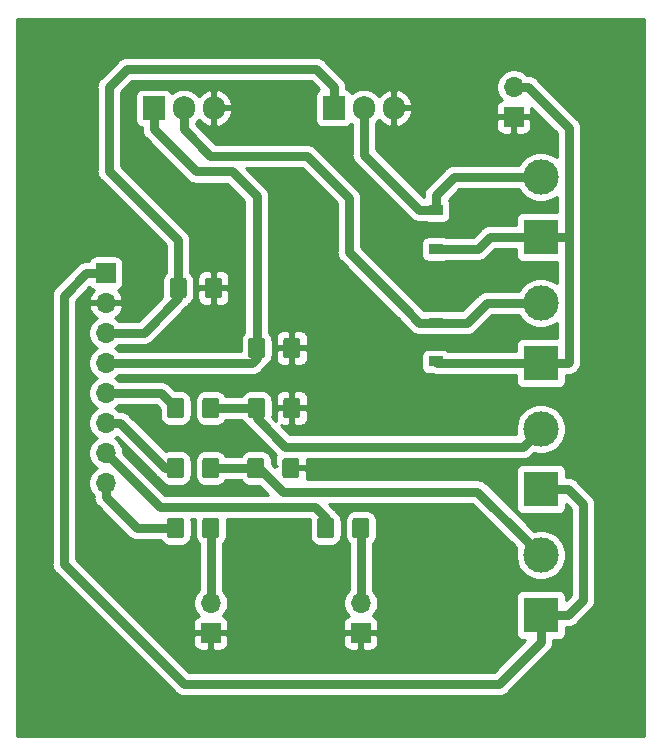
<source format=gbr>
G04 #@! TF.GenerationSoftware,KiCad,Pcbnew,(5.1.5-0-10_14)*
G04 #@! TF.CreationDate,2020-02-26T21:45:07+01:00*
G04 #@! TF.ProjectId,sprinkler_pi,73707269-6e6b-46c6-9572-5f70692e6b69,rev?*
G04 #@! TF.SameCoordinates,Original*
G04 #@! TF.FileFunction,Copper,L2,Bot*
G04 #@! TF.FilePolarity,Positive*
%FSLAX46Y46*%
G04 Gerber Fmt 4.6, Leading zero omitted, Abs format (unit mm)*
G04 Created by KiCad (PCBNEW (5.1.5-0-10_14)) date 2020-02-26 21:45:07*
%MOMM*%
%LPD*%
G04 APERTURE LIST*
%ADD10C,0.100000*%
%ADD11O,1.700000X1.700000*%
%ADD12R,1.700000X1.700000*%
%ADD13C,3.000000*%
%ADD14R,3.000000X3.000000*%
%ADD15O,1.905000X2.000000*%
%ADD16R,1.905000X2.000000*%
%ADD17R,1.200000X0.900000*%
%ADD18C,0.800000*%
%ADD19C,0.254000*%
G04 APERTURE END LIST*
G04 #@! TA.AperFunction,SMDPad,CuDef*
D10*
G36*
X93197004Y-77866204D02*
G01*
X93221273Y-77869804D01*
X93245071Y-77875765D01*
X93268171Y-77884030D01*
X93290349Y-77894520D01*
X93311393Y-77907133D01*
X93331098Y-77921747D01*
X93349277Y-77938223D01*
X93365753Y-77956402D01*
X93380367Y-77976107D01*
X93392980Y-77997151D01*
X93403470Y-78019329D01*
X93411735Y-78042429D01*
X93417696Y-78066227D01*
X93421296Y-78090496D01*
X93422500Y-78115000D01*
X93422500Y-79365000D01*
X93421296Y-79389504D01*
X93417696Y-79413773D01*
X93411735Y-79437571D01*
X93403470Y-79460671D01*
X93392980Y-79482849D01*
X93380367Y-79503893D01*
X93365753Y-79523598D01*
X93349277Y-79541777D01*
X93331098Y-79558253D01*
X93311393Y-79572867D01*
X93290349Y-79585480D01*
X93268171Y-79595970D01*
X93245071Y-79604235D01*
X93221273Y-79610196D01*
X93197004Y-79613796D01*
X93172500Y-79615000D01*
X92247500Y-79615000D01*
X92222996Y-79613796D01*
X92198727Y-79610196D01*
X92174929Y-79604235D01*
X92151829Y-79595970D01*
X92129651Y-79585480D01*
X92108607Y-79572867D01*
X92088902Y-79558253D01*
X92070723Y-79541777D01*
X92054247Y-79523598D01*
X92039633Y-79503893D01*
X92027020Y-79482849D01*
X92016530Y-79460671D01*
X92008265Y-79437571D01*
X92002304Y-79413773D01*
X91998704Y-79389504D01*
X91997500Y-79365000D01*
X91997500Y-78115000D01*
X91998704Y-78090496D01*
X92002304Y-78066227D01*
X92008265Y-78042429D01*
X92016530Y-78019329D01*
X92027020Y-77997151D01*
X92039633Y-77976107D01*
X92054247Y-77956402D01*
X92070723Y-77938223D01*
X92088902Y-77921747D01*
X92108607Y-77907133D01*
X92129651Y-77894520D01*
X92151829Y-77884030D01*
X92174929Y-77875765D01*
X92198727Y-77869804D01*
X92222996Y-77866204D01*
X92247500Y-77865000D01*
X93172500Y-77865000D01*
X93197004Y-77866204D01*
G37*
G04 #@! TD.AperFunction*
G04 #@! TA.AperFunction,SMDPad,CuDef*
G36*
X90222004Y-77866204D02*
G01*
X90246273Y-77869804D01*
X90270071Y-77875765D01*
X90293171Y-77884030D01*
X90315349Y-77894520D01*
X90336393Y-77907133D01*
X90356098Y-77921747D01*
X90374277Y-77938223D01*
X90390753Y-77956402D01*
X90405367Y-77976107D01*
X90417980Y-77997151D01*
X90428470Y-78019329D01*
X90436735Y-78042429D01*
X90442696Y-78066227D01*
X90446296Y-78090496D01*
X90447500Y-78115000D01*
X90447500Y-79365000D01*
X90446296Y-79389504D01*
X90442696Y-79413773D01*
X90436735Y-79437571D01*
X90428470Y-79460671D01*
X90417980Y-79482849D01*
X90405367Y-79503893D01*
X90390753Y-79523598D01*
X90374277Y-79541777D01*
X90356098Y-79558253D01*
X90336393Y-79572867D01*
X90315349Y-79585480D01*
X90293171Y-79595970D01*
X90270071Y-79604235D01*
X90246273Y-79610196D01*
X90222004Y-79613796D01*
X90197500Y-79615000D01*
X89272500Y-79615000D01*
X89247996Y-79613796D01*
X89223727Y-79610196D01*
X89199929Y-79604235D01*
X89176829Y-79595970D01*
X89154651Y-79585480D01*
X89133607Y-79572867D01*
X89113902Y-79558253D01*
X89095723Y-79541777D01*
X89079247Y-79523598D01*
X89064633Y-79503893D01*
X89052020Y-79482849D01*
X89041530Y-79460671D01*
X89033265Y-79437571D01*
X89027304Y-79413773D01*
X89023704Y-79389504D01*
X89022500Y-79365000D01*
X89022500Y-78115000D01*
X89023704Y-78090496D01*
X89027304Y-78066227D01*
X89033265Y-78042429D01*
X89041530Y-78019329D01*
X89052020Y-77997151D01*
X89064633Y-77976107D01*
X89079247Y-77956402D01*
X89095723Y-77938223D01*
X89113902Y-77921747D01*
X89133607Y-77907133D01*
X89154651Y-77894520D01*
X89176829Y-77884030D01*
X89199929Y-77875765D01*
X89223727Y-77869804D01*
X89247996Y-77866204D01*
X89272500Y-77865000D01*
X90197500Y-77865000D01*
X90222004Y-77866204D01*
G37*
G04 #@! TD.AperFunction*
G04 #@! TA.AperFunction,SMDPad,CuDef*
G36*
X100055004Y-67706204D02*
G01*
X100079273Y-67709804D01*
X100103071Y-67715765D01*
X100126171Y-67724030D01*
X100148349Y-67734520D01*
X100169393Y-67747133D01*
X100189098Y-67761747D01*
X100207277Y-67778223D01*
X100223753Y-67796402D01*
X100238367Y-67816107D01*
X100250980Y-67837151D01*
X100261470Y-67859329D01*
X100269735Y-67882429D01*
X100275696Y-67906227D01*
X100279296Y-67930496D01*
X100280500Y-67955000D01*
X100280500Y-69205000D01*
X100279296Y-69229504D01*
X100275696Y-69253773D01*
X100269735Y-69277571D01*
X100261470Y-69300671D01*
X100250980Y-69322849D01*
X100238367Y-69343893D01*
X100223753Y-69363598D01*
X100207277Y-69381777D01*
X100189098Y-69398253D01*
X100169393Y-69412867D01*
X100148349Y-69425480D01*
X100126171Y-69435970D01*
X100103071Y-69444235D01*
X100079273Y-69450196D01*
X100055004Y-69453796D01*
X100030500Y-69455000D01*
X99105500Y-69455000D01*
X99080996Y-69453796D01*
X99056727Y-69450196D01*
X99032929Y-69444235D01*
X99009829Y-69435970D01*
X98987651Y-69425480D01*
X98966607Y-69412867D01*
X98946902Y-69398253D01*
X98928723Y-69381777D01*
X98912247Y-69363598D01*
X98897633Y-69343893D01*
X98885020Y-69322849D01*
X98874530Y-69300671D01*
X98866265Y-69277571D01*
X98860304Y-69253773D01*
X98856704Y-69229504D01*
X98855500Y-69205000D01*
X98855500Y-67955000D01*
X98856704Y-67930496D01*
X98860304Y-67906227D01*
X98866265Y-67882429D01*
X98874530Y-67859329D01*
X98885020Y-67837151D01*
X98897633Y-67816107D01*
X98912247Y-67796402D01*
X98928723Y-67778223D01*
X98946902Y-67761747D01*
X98966607Y-67747133D01*
X98987651Y-67734520D01*
X99009829Y-67724030D01*
X99032929Y-67715765D01*
X99056727Y-67709804D01*
X99080996Y-67706204D01*
X99105500Y-67705000D01*
X100030500Y-67705000D01*
X100055004Y-67706204D01*
G37*
G04 #@! TD.AperFunction*
G04 #@! TA.AperFunction,SMDPad,CuDef*
G36*
X97080004Y-67706204D02*
G01*
X97104273Y-67709804D01*
X97128071Y-67715765D01*
X97151171Y-67724030D01*
X97173349Y-67734520D01*
X97194393Y-67747133D01*
X97214098Y-67761747D01*
X97232277Y-67778223D01*
X97248753Y-67796402D01*
X97263367Y-67816107D01*
X97275980Y-67837151D01*
X97286470Y-67859329D01*
X97294735Y-67882429D01*
X97300696Y-67906227D01*
X97304296Y-67930496D01*
X97305500Y-67955000D01*
X97305500Y-69205000D01*
X97304296Y-69229504D01*
X97300696Y-69253773D01*
X97294735Y-69277571D01*
X97286470Y-69300671D01*
X97275980Y-69322849D01*
X97263367Y-69343893D01*
X97248753Y-69363598D01*
X97232277Y-69381777D01*
X97214098Y-69398253D01*
X97194393Y-69412867D01*
X97173349Y-69425480D01*
X97151171Y-69435970D01*
X97128071Y-69444235D01*
X97104273Y-69450196D01*
X97080004Y-69453796D01*
X97055500Y-69455000D01*
X96130500Y-69455000D01*
X96105996Y-69453796D01*
X96081727Y-69450196D01*
X96057929Y-69444235D01*
X96034829Y-69435970D01*
X96012651Y-69425480D01*
X95991607Y-69412867D01*
X95971902Y-69398253D01*
X95953723Y-69381777D01*
X95937247Y-69363598D01*
X95922633Y-69343893D01*
X95910020Y-69322849D01*
X95899530Y-69300671D01*
X95891265Y-69277571D01*
X95885304Y-69253773D01*
X95881704Y-69229504D01*
X95880500Y-69205000D01*
X95880500Y-67955000D01*
X95881704Y-67930496D01*
X95885304Y-67906227D01*
X95891265Y-67882429D01*
X95899530Y-67859329D01*
X95910020Y-67837151D01*
X95922633Y-67816107D01*
X95937247Y-67796402D01*
X95953723Y-67778223D01*
X95971902Y-67761747D01*
X95991607Y-67747133D01*
X96012651Y-67734520D01*
X96034829Y-67724030D01*
X96057929Y-67715765D01*
X96081727Y-67709804D01*
X96105996Y-67706204D01*
X96130500Y-67705000D01*
X97055500Y-67705000D01*
X97080004Y-67706204D01*
G37*
G04 #@! TD.AperFunction*
G04 #@! TA.AperFunction,SMDPad,CuDef*
G36*
X90222004Y-67706204D02*
G01*
X90246273Y-67709804D01*
X90270071Y-67715765D01*
X90293171Y-67724030D01*
X90315349Y-67734520D01*
X90336393Y-67747133D01*
X90356098Y-67761747D01*
X90374277Y-67778223D01*
X90390753Y-67796402D01*
X90405367Y-67816107D01*
X90417980Y-67837151D01*
X90428470Y-67859329D01*
X90436735Y-67882429D01*
X90442696Y-67906227D01*
X90446296Y-67930496D01*
X90447500Y-67955000D01*
X90447500Y-69205000D01*
X90446296Y-69229504D01*
X90442696Y-69253773D01*
X90436735Y-69277571D01*
X90428470Y-69300671D01*
X90417980Y-69322849D01*
X90405367Y-69343893D01*
X90390753Y-69363598D01*
X90374277Y-69381777D01*
X90356098Y-69398253D01*
X90336393Y-69412867D01*
X90315349Y-69425480D01*
X90293171Y-69435970D01*
X90270071Y-69444235D01*
X90246273Y-69450196D01*
X90222004Y-69453796D01*
X90197500Y-69455000D01*
X89272500Y-69455000D01*
X89247996Y-69453796D01*
X89223727Y-69450196D01*
X89199929Y-69444235D01*
X89176829Y-69435970D01*
X89154651Y-69425480D01*
X89133607Y-69412867D01*
X89113902Y-69398253D01*
X89095723Y-69381777D01*
X89079247Y-69363598D01*
X89064633Y-69343893D01*
X89052020Y-69322849D01*
X89041530Y-69300671D01*
X89033265Y-69277571D01*
X89027304Y-69253773D01*
X89023704Y-69229504D01*
X89022500Y-69205000D01*
X89022500Y-67955000D01*
X89023704Y-67930496D01*
X89027304Y-67906227D01*
X89033265Y-67882429D01*
X89041530Y-67859329D01*
X89052020Y-67837151D01*
X89064633Y-67816107D01*
X89079247Y-67796402D01*
X89095723Y-67778223D01*
X89113902Y-67761747D01*
X89133607Y-67747133D01*
X89154651Y-67734520D01*
X89176829Y-67724030D01*
X89199929Y-67715765D01*
X89223727Y-67709804D01*
X89247996Y-67706204D01*
X89272500Y-67705000D01*
X90197500Y-67705000D01*
X90222004Y-67706204D01*
G37*
G04 #@! TD.AperFunction*
G04 #@! TA.AperFunction,SMDPad,CuDef*
G36*
X93197004Y-67706204D02*
G01*
X93221273Y-67709804D01*
X93245071Y-67715765D01*
X93268171Y-67724030D01*
X93290349Y-67734520D01*
X93311393Y-67747133D01*
X93331098Y-67761747D01*
X93349277Y-67778223D01*
X93365753Y-67796402D01*
X93380367Y-67816107D01*
X93392980Y-67837151D01*
X93403470Y-67859329D01*
X93411735Y-67882429D01*
X93417696Y-67906227D01*
X93421296Y-67930496D01*
X93422500Y-67955000D01*
X93422500Y-69205000D01*
X93421296Y-69229504D01*
X93417696Y-69253773D01*
X93411735Y-69277571D01*
X93403470Y-69300671D01*
X93392980Y-69322849D01*
X93380367Y-69343893D01*
X93365753Y-69363598D01*
X93349277Y-69381777D01*
X93331098Y-69398253D01*
X93311393Y-69412867D01*
X93290349Y-69425480D01*
X93268171Y-69435970D01*
X93245071Y-69444235D01*
X93221273Y-69450196D01*
X93197004Y-69453796D01*
X93172500Y-69455000D01*
X92247500Y-69455000D01*
X92222996Y-69453796D01*
X92198727Y-69450196D01*
X92174929Y-69444235D01*
X92151829Y-69435970D01*
X92129651Y-69425480D01*
X92108607Y-69412867D01*
X92088902Y-69398253D01*
X92070723Y-69381777D01*
X92054247Y-69363598D01*
X92039633Y-69343893D01*
X92027020Y-69322849D01*
X92016530Y-69300671D01*
X92008265Y-69277571D01*
X92002304Y-69253773D01*
X91998704Y-69229504D01*
X91997500Y-69205000D01*
X91997500Y-67955000D01*
X91998704Y-67930496D01*
X92002304Y-67906227D01*
X92008265Y-67882429D01*
X92016530Y-67859329D01*
X92027020Y-67837151D01*
X92039633Y-67816107D01*
X92054247Y-67796402D01*
X92070723Y-67778223D01*
X92088902Y-67761747D01*
X92108607Y-67747133D01*
X92129651Y-67734520D01*
X92151829Y-67724030D01*
X92174929Y-67715765D01*
X92198727Y-67709804D01*
X92222996Y-67706204D01*
X92247500Y-67705000D01*
X93172500Y-67705000D01*
X93197004Y-67706204D01*
G37*
G04 #@! TD.AperFunction*
G04 #@! TA.AperFunction,SMDPad,CuDef*
G36*
X100055004Y-62626204D02*
G01*
X100079273Y-62629804D01*
X100103071Y-62635765D01*
X100126171Y-62644030D01*
X100148349Y-62654520D01*
X100169393Y-62667133D01*
X100189098Y-62681747D01*
X100207277Y-62698223D01*
X100223753Y-62716402D01*
X100238367Y-62736107D01*
X100250980Y-62757151D01*
X100261470Y-62779329D01*
X100269735Y-62802429D01*
X100275696Y-62826227D01*
X100279296Y-62850496D01*
X100280500Y-62875000D01*
X100280500Y-64125000D01*
X100279296Y-64149504D01*
X100275696Y-64173773D01*
X100269735Y-64197571D01*
X100261470Y-64220671D01*
X100250980Y-64242849D01*
X100238367Y-64263893D01*
X100223753Y-64283598D01*
X100207277Y-64301777D01*
X100189098Y-64318253D01*
X100169393Y-64332867D01*
X100148349Y-64345480D01*
X100126171Y-64355970D01*
X100103071Y-64364235D01*
X100079273Y-64370196D01*
X100055004Y-64373796D01*
X100030500Y-64375000D01*
X99105500Y-64375000D01*
X99080996Y-64373796D01*
X99056727Y-64370196D01*
X99032929Y-64364235D01*
X99009829Y-64355970D01*
X98987651Y-64345480D01*
X98966607Y-64332867D01*
X98946902Y-64318253D01*
X98928723Y-64301777D01*
X98912247Y-64283598D01*
X98897633Y-64263893D01*
X98885020Y-64242849D01*
X98874530Y-64220671D01*
X98866265Y-64197571D01*
X98860304Y-64173773D01*
X98856704Y-64149504D01*
X98855500Y-64125000D01*
X98855500Y-62875000D01*
X98856704Y-62850496D01*
X98860304Y-62826227D01*
X98866265Y-62802429D01*
X98874530Y-62779329D01*
X98885020Y-62757151D01*
X98897633Y-62736107D01*
X98912247Y-62716402D01*
X98928723Y-62698223D01*
X98946902Y-62681747D01*
X98966607Y-62667133D01*
X98987651Y-62654520D01*
X99009829Y-62644030D01*
X99032929Y-62635765D01*
X99056727Y-62629804D01*
X99080996Y-62626204D01*
X99105500Y-62625000D01*
X100030500Y-62625000D01*
X100055004Y-62626204D01*
G37*
G04 #@! TD.AperFunction*
G04 #@! TA.AperFunction,SMDPad,CuDef*
G36*
X97080004Y-62626204D02*
G01*
X97104273Y-62629804D01*
X97128071Y-62635765D01*
X97151171Y-62644030D01*
X97173349Y-62654520D01*
X97194393Y-62667133D01*
X97214098Y-62681747D01*
X97232277Y-62698223D01*
X97248753Y-62716402D01*
X97263367Y-62736107D01*
X97275980Y-62757151D01*
X97286470Y-62779329D01*
X97294735Y-62802429D01*
X97300696Y-62826227D01*
X97304296Y-62850496D01*
X97305500Y-62875000D01*
X97305500Y-64125000D01*
X97304296Y-64149504D01*
X97300696Y-64173773D01*
X97294735Y-64197571D01*
X97286470Y-64220671D01*
X97275980Y-64242849D01*
X97263367Y-64263893D01*
X97248753Y-64283598D01*
X97232277Y-64301777D01*
X97214098Y-64318253D01*
X97194393Y-64332867D01*
X97173349Y-64345480D01*
X97151171Y-64355970D01*
X97128071Y-64364235D01*
X97104273Y-64370196D01*
X97080004Y-64373796D01*
X97055500Y-64375000D01*
X96130500Y-64375000D01*
X96105996Y-64373796D01*
X96081727Y-64370196D01*
X96057929Y-64364235D01*
X96034829Y-64355970D01*
X96012651Y-64345480D01*
X95991607Y-64332867D01*
X95971902Y-64318253D01*
X95953723Y-64301777D01*
X95937247Y-64283598D01*
X95922633Y-64263893D01*
X95910020Y-64242849D01*
X95899530Y-64220671D01*
X95891265Y-64197571D01*
X95885304Y-64173773D01*
X95881704Y-64149504D01*
X95880500Y-64125000D01*
X95880500Y-62875000D01*
X95881704Y-62850496D01*
X95885304Y-62826227D01*
X95891265Y-62802429D01*
X95899530Y-62779329D01*
X95910020Y-62757151D01*
X95922633Y-62736107D01*
X95937247Y-62716402D01*
X95953723Y-62698223D01*
X95971902Y-62681747D01*
X95991607Y-62667133D01*
X96012651Y-62654520D01*
X96034829Y-62644030D01*
X96057929Y-62635765D01*
X96081727Y-62629804D01*
X96105996Y-62626204D01*
X96130500Y-62625000D01*
X97055500Y-62625000D01*
X97080004Y-62626204D01*
G37*
G04 #@! TD.AperFunction*
G04 #@! TA.AperFunction,SMDPad,CuDef*
G36*
X105897004Y-77866204D02*
G01*
X105921273Y-77869804D01*
X105945071Y-77875765D01*
X105968171Y-77884030D01*
X105990349Y-77894520D01*
X106011393Y-77907133D01*
X106031098Y-77921747D01*
X106049277Y-77938223D01*
X106065753Y-77956402D01*
X106080367Y-77976107D01*
X106092980Y-77997151D01*
X106103470Y-78019329D01*
X106111735Y-78042429D01*
X106117696Y-78066227D01*
X106121296Y-78090496D01*
X106122500Y-78115000D01*
X106122500Y-79365000D01*
X106121296Y-79389504D01*
X106117696Y-79413773D01*
X106111735Y-79437571D01*
X106103470Y-79460671D01*
X106092980Y-79482849D01*
X106080367Y-79503893D01*
X106065753Y-79523598D01*
X106049277Y-79541777D01*
X106031098Y-79558253D01*
X106011393Y-79572867D01*
X105990349Y-79585480D01*
X105968171Y-79595970D01*
X105945071Y-79604235D01*
X105921273Y-79610196D01*
X105897004Y-79613796D01*
X105872500Y-79615000D01*
X104947500Y-79615000D01*
X104922996Y-79613796D01*
X104898727Y-79610196D01*
X104874929Y-79604235D01*
X104851829Y-79595970D01*
X104829651Y-79585480D01*
X104808607Y-79572867D01*
X104788902Y-79558253D01*
X104770723Y-79541777D01*
X104754247Y-79523598D01*
X104739633Y-79503893D01*
X104727020Y-79482849D01*
X104716530Y-79460671D01*
X104708265Y-79437571D01*
X104702304Y-79413773D01*
X104698704Y-79389504D01*
X104697500Y-79365000D01*
X104697500Y-78115000D01*
X104698704Y-78090496D01*
X104702304Y-78066227D01*
X104708265Y-78042429D01*
X104716530Y-78019329D01*
X104727020Y-77997151D01*
X104739633Y-77976107D01*
X104754247Y-77956402D01*
X104770723Y-77938223D01*
X104788902Y-77921747D01*
X104808607Y-77907133D01*
X104829651Y-77894520D01*
X104851829Y-77884030D01*
X104874929Y-77875765D01*
X104898727Y-77869804D01*
X104922996Y-77866204D01*
X104947500Y-77865000D01*
X105872500Y-77865000D01*
X105897004Y-77866204D01*
G37*
G04 #@! TD.AperFunction*
G04 #@! TA.AperFunction,SMDPad,CuDef*
G36*
X102922004Y-77866204D02*
G01*
X102946273Y-77869804D01*
X102970071Y-77875765D01*
X102993171Y-77884030D01*
X103015349Y-77894520D01*
X103036393Y-77907133D01*
X103056098Y-77921747D01*
X103074277Y-77938223D01*
X103090753Y-77956402D01*
X103105367Y-77976107D01*
X103117980Y-77997151D01*
X103128470Y-78019329D01*
X103136735Y-78042429D01*
X103142696Y-78066227D01*
X103146296Y-78090496D01*
X103147500Y-78115000D01*
X103147500Y-79365000D01*
X103146296Y-79389504D01*
X103142696Y-79413773D01*
X103136735Y-79437571D01*
X103128470Y-79460671D01*
X103117980Y-79482849D01*
X103105367Y-79503893D01*
X103090753Y-79523598D01*
X103074277Y-79541777D01*
X103056098Y-79558253D01*
X103036393Y-79572867D01*
X103015349Y-79585480D01*
X102993171Y-79595970D01*
X102970071Y-79604235D01*
X102946273Y-79610196D01*
X102922004Y-79613796D01*
X102897500Y-79615000D01*
X101972500Y-79615000D01*
X101947996Y-79613796D01*
X101923727Y-79610196D01*
X101899929Y-79604235D01*
X101876829Y-79595970D01*
X101854651Y-79585480D01*
X101833607Y-79572867D01*
X101813902Y-79558253D01*
X101795723Y-79541777D01*
X101779247Y-79523598D01*
X101764633Y-79503893D01*
X101752020Y-79482849D01*
X101741530Y-79460671D01*
X101733265Y-79437571D01*
X101727304Y-79413773D01*
X101723704Y-79389504D01*
X101722500Y-79365000D01*
X101722500Y-78115000D01*
X101723704Y-78090496D01*
X101727304Y-78066227D01*
X101733265Y-78042429D01*
X101741530Y-78019329D01*
X101752020Y-77997151D01*
X101764633Y-77976107D01*
X101779247Y-77956402D01*
X101795723Y-77938223D01*
X101813902Y-77921747D01*
X101833607Y-77907133D01*
X101854651Y-77894520D01*
X101876829Y-77884030D01*
X101899929Y-77875765D01*
X101923727Y-77869804D01*
X101947996Y-77866204D01*
X101972500Y-77865000D01*
X102897500Y-77865000D01*
X102922004Y-77866204D01*
G37*
G04 #@! TD.AperFunction*
G04 #@! TA.AperFunction,SMDPad,CuDef*
G36*
X99982004Y-72786204D02*
G01*
X100006273Y-72789804D01*
X100030071Y-72795765D01*
X100053171Y-72804030D01*
X100075349Y-72814520D01*
X100096393Y-72827133D01*
X100116098Y-72841747D01*
X100134277Y-72858223D01*
X100150753Y-72876402D01*
X100165367Y-72896107D01*
X100177980Y-72917151D01*
X100188470Y-72939329D01*
X100196735Y-72962429D01*
X100202696Y-72986227D01*
X100206296Y-73010496D01*
X100207500Y-73035000D01*
X100207500Y-74285000D01*
X100206296Y-74309504D01*
X100202696Y-74333773D01*
X100196735Y-74357571D01*
X100188470Y-74380671D01*
X100177980Y-74402849D01*
X100165367Y-74423893D01*
X100150753Y-74443598D01*
X100134277Y-74461777D01*
X100116098Y-74478253D01*
X100096393Y-74492867D01*
X100075349Y-74505480D01*
X100053171Y-74515970D01*
X100030071Y-74524235D01*
X100006273Y-74530196D01*
X99982004Y-74533796D01*
X99957500Y-74535000D01*
X99032500Y-74535000D01*
X99007996Y-74533796D01*
X98983727Y-74530196D01*
X98959929Y-74524235D01*
X98936829Y-74515970D01*
X98914651Y-74505480D01*
X98893607Y-74492867D01*
X98873902Y-74478253D01*
X98855723Y-74461777D01*
X98839247Y-74443598D01*
X98824633Y-74423893D01*
X98812020Y-74402849D01*
X98801530Y-74380671D01*
X98793265Y-74357571D01*
X98787304Y-74333773D01*
X98783704Y-74309504D01*
X98782500Y-74285000D01*
X98782500Y-73035000D01*
X98783704Y-73010496D01*
X98787304Y-72986227D01*
X98793265Y-72962429D01*
X98801530Y-72939329D01*
X98812020Y-72917151D01*
X98824633Y-72896107D01*
X98839247Y-72876402D01*
X98855723Y-72858223D01*
X98873902Y-72841747D01*
X98893607Y-72827133D01*
X98914651Y-72814520D01*
X98936829Y-72804030D01*
X98959929Y-72795765D01*
X98983727Y-72789804D01*
X99007996Y-72786204D01*
X99032500Y-72785000D01*
X99957500Y-72785000D01*
X99982004Y-72786204D01*
G37*
G04 #@! TD.AperFunction*
G04 #@! TA.AperFunction,SMDPad,CuDef*
G36*
X97007004Y-72786204D02*
G01*
X97031273Y-72789804D01*
X97055071Y-72795765D01*
X97078171Y-72804030D01*
X97100349Y-72814520D01*
X97121393Y-72827133D01*
X97141098Y-72841747D01*
X97159277Y-72858223D01*
X97175753Y-72876402D01*
X97190367Y-72896107D01*
X97202980Y-72917151D01*
X97213470Y-72939329D01*
X97221735Y-72962429D01*
X97227696Y-72986227D01*
X97231296Y-73010496D01*
X97232500Y-73035000D01*
X97232500Y-74285000D01*
X97231296Y-74309504D01*
X97227696Y-74333773D01*
X97221735Y-74357571D01*
X97213470Y-74380671D01*
X97202980Y-74402849D01*
X97190367Y-74423893D01*
X97175753Y-74443598D01*
X97159277Y-74461777D01*
X97141098Y-74478253D01*
X97121393Y-74492867D01*
X97100349Y-74505480D01*
X97078171Y-74515970D01*
X97055071Y-74524235D01*
X97031273Y-74530196D01*
X97007004Y-74533796D01*
X96982500Y-74535000D01*
X96057500Y-74535000D01*
X96032996Y-74533796D01*
X96008727Y-74530196D01*
X95984929Y-74524235D01*
X95961829Y-74515970D01*
X95939651Y-74505480D01*
X95918607Y-74492867D01*
X95898902Y-74478253D01*
X95880723Y-74461777D01*
X95864247Y-74443598D01*
X95849633Y-74423893D01*
X95837020Y-74402849D01*
X95826530Y-74380671D01*
X95818265Y-74357571D01*
X95812304Y-74333773D01*
X95808704Y-74309504D01*
X95807500Y-74285000D01*
X95807500Y-73035000D01*
X95808704Y-73010496D01*
X95812304Y-72986227D01*
X95818265Y-72962429D01*
X95826530Y-72939329D01*
X95837020Y-72917151D01*
X95849633Y-72896107D01*
X95864247Y-72876402D01*
X95880723Y-72858223D01*
X95898902Y-72841747D01*
X95918607Y-72827133D01*
X95939651Y-72814520D01*
X95961829Y-72804030D01*
X95984929Y-72795765D01*
X96008727Y-72789804D01*
X96032996Y-72786204D01*
X96057500Y-72785000D01*
X96982500Y-72785000D01*
X97007004Y-72786204D01*
G37*
G04 #@! TD.AperFunction*
G04 #@! TA.AperFunction,SMDPad,CuDef*
G36*
X93414504Y-57546204D02*
G01*
X93438773Y-57549804D01*
X93462571Y-57555765D01*
X93485671Y-57564030D01*
X93507849Y-57574520D01*
X93528893Y-57587133D01*
X93548598Y-57601747D01*
X93566777Y-57618223D01*
X93583253Y-57636402D01*
X93597867Y-57656107D01*
X93610480Y-57677151D01*
X93620970Y-57699329D01*
X93629235Y-57722429D01*
X93635196Y-57746227D01*
X93638796Y-57770496D01*
X93640000Y-57795000D01*
X93640000Y-59045000D01*
X93638796Y-59069504D01*
X93635196Y-59093773D01*
X93629235Y-59117571D01*
X93620970Y-59140671D01*
X93610480Y-59162849D01*
X93597867Y-59183893D01*
X93583253Y-59203598D01*
X93566777Y-59221777D01*
X93548598Y-59238253D01*
X93528893Y-59252867D01*
X93507849Y-59265480D01*
X93485671Y-59275970D01*
X93462571Y-59284235D01*
X93438773Y-59290196D01*
X93414504Y-59293796D01*
X93390000Y-59295000D01*
X92465000Y-59295000D01*
X92440496Y-59293796D01*
X92416227Y-59290196D01*
X92392429Y-59284235D01*
X92369329Y-59275970D01*
X92347151Y-59265480D01*
X92326107Y-59252867D01*
X92306402Y-59238253D01*
X92288223Y-59221777D01*
X92271747Y-59203598D01*
X92257133Y-59183893D01*
X92244520Y-59162849D01*
X92234030Y-59140671D01*
X92225765Y-59117571D01*
X92219804Y-59093773D01*
X92216204Y-59069504D01*
X92215000Y-59045000D01*
X92215000Y-57795000D01*
X92216204Y-57770496D01*
X92219804Y-57746227D01*
X92225765Y-57722429D01*
X92234030Y-57699329D01*
X92244520Y-57677151D01*
X92257133Y-57656107D01*
X92271747Y-57636402D01*
X92288223Y-57618223D01*
X92306402Y-57601747D01*
X92326107Y-57587133D01*
X92347151Y-57574520D01*
X92369329Y-57564030D01*
X92392429Y-57555765D01*
X92416227Y-57549804D01*
X92440496Y-57546204D01*
X92465000Y-57545000D01*
X93390000Y-57545000D01*
X93414504Y-57546204D01*
G37*
G04 #@! TD.AperFunction*
G04 #@! TA.AperFunction,SMDPad,CuDef*
G36*
X90439504Y-57546204D02*
G01*
X90463773Y-57549804D01*
X90487571Y-57555765D01*
X90510671Y-57564030D01*
X90532849Y-57574520D01*
X90553893Y-57587133D01*
X90573598Y-57601747D01*
X90591777Y-57618223D01*
X90608253Y-57636402D01*
X90622867Y-57656107D01*
X90635480Y-57677151D01*
X90645970Y-57699329D01*
X90654235Y-57722429D01*
X90660196Y-57746227D01*
X90663796Y-57770496D01*
X90665000Y-57795000D01*
X90665000Y-59045000D01*
X90663796Y-59069504D01*
X90660196Y-59093773D01*
X90654235Y-59117571D01*
X90645970Y-59140671D01*
X90635480Y-59162849D01*
X90622867Y-59183893D01*
X90608253Y-59203598D01*
X90591777Y-59221777D01*
X90573598Y-59238253D01*
X90553893Y-59252867D01*
X90532849Y-59265480D01*
X90510671Y-59275970D01*
X90487571Y-59284235D01*
X90463773Y-59290196D01*
X90439504Y-59293796D01*
X90415000Y-59295000D01*
X89490000Y-59295000D01*
X89465496Y-59293796D01*
X89441227Y-59290196D01*
X89417429Y-59284235D01*
X89394329Y-59275970D01*
X89372151Y-59265480D01*
X89351107Y-59252867D01*
X89331402Y-59238253D01*
X89313223Y-59221777D01*
X89296747Y-59203598D01*
X89282133Y-59183893D01*
X89269520Y-59162849D01*
X89259030Y-59140671D01*
X89250765Y-59117571D01*
X89244804Y-59093773D01*
X89241204Y-59069504D01*
X89240000Y-59045000D01*
X89240000Y-57795000D01*
X89241204Y-57770496D01*
X89244804Y-57746227D01*
X89250765Y-57722429D01*
X89259030Y-57699329D01*
X89269520Y-57677151D01*
X89282133Y-57656107D01*
X89296747Y-57636402D01*
X89313223Y-57618223D01*
X89331402Y-57601747D01*
X89351107Y-57587133D01*
X89372151Y-57574520D01*
X89394329Y-57564030D01*
X89417429Y-57555765D01*
X89441227Y-57549804D01*
X89465496Y-57546204D01*
X89490000Y-57545000D01*
X90415000Y-57545000D01*
X90439504Y-57546204D01*
G37*
G04 #@! TD.AperFunction*
G04 #@! TA.AperFunction,SMDPad,CuDef*
G36*
X90222004Y-72786204D02*
G01*
X90246273Y-72789804D01*
X90270071Y-72795765D01*
X90293171Y-72804030D01*
X90315349Y-72814520D01*
X90336393Y-72827133D01*
X90356098Y-72841747D01*
X90374277Y-72858223D01*
X90390753Y-72876402D01*
X90405367Y-72896107D01*
X90417980Y-72917151D01*
X90428470Y-72939329D01*
X90436735Y-72962429D01*
X90442696Y-72986227D01*
X90446296Y-73010496D01*
X90447500Y-73035000D01*
X90447500Y-74285000D01*
X90446296Y-74309504D01*
X90442696Y-74333773D01*
X90436735Y-74357571D01*
X90428470Y-74380671D01*
X90417980Y-74402849D01*
X90405367Y-74423893D01*
X90390753Y-74443598D01*
X90374277Y-74461777D01*
X90356098Y-74478253D01*
X90336393Y-74492867D01*
X90315349Y-74505480D01*
X90293171Y-74515970D01*
X90270071Y-74524235D01*
X90246273Y-74530196D01*
X90222004Y-74533796D01*
X90197500Y-74535000D01*
X89272500Y-74535000D01*
X89247996Y-74533796D01*
X89223727Y-74530196D01*
X89199929Y-74524235D01*
X89176829Y-74515970D01*
X89154651Y-74505480D01*
X89133607Y-74492867D01*
X89113902Y-74478253D01*
X89095723Y-74461777D01*
X89079247Y-74443598D01*
X89064633Y-74423893D01*
X89052020Y-74402849D01*
X89041530Y-74380671D01*
X89033265Y-74357571D01*
X89027304Y-74333773D01*
X89023704Y-74309504D01*
X89022500Y-74285000D01*
X89022500Y-73035000D01*
X89023704Y-73010496D01*
X89027304Y-72986227D01*
X89033265Y-72962429D01*
X89041530Y-72939329D01*
X89052020Y-72917151D01*
X89064633Y-72896107D01*
X89079247Y-72876402D01*
X89095723Y-72858223D01*
X89113902Y-72841747D01*
X89133607Y-72827133D01*
X89154651Y-72814520D01*
X89176829Y-72804030D01*
X89199929Y-72795765D01*
X89223727Y-72789804D01*
X89247996Y-72786204D01*
X89272500Y-72785000D01*
X90197500Y-72785000D01*
X90222004Y-72786204D01*
G37*
G04 #@! TD.AperFunction*
G04 #@! TA.AperFunction,SMDPad,CuDef*
G36*
X93197004Y-72786204D02*
G01*
X93221273Y-72789804D01*
X93245071Y-72795765D01*
X93268171Y-72804030D01*
X93290349Y-72814520D01*
X93311393Y-72827133D01*
X93331098Y-72841747D01*
X93349277Y-72858223D01*
X93365753Y-72876402D01*
X93380367Y-72896107D01*
X93392980Y-72917151D01*
X93403470Y-72939329D01*
X93411735Y-72962429D01*
X93417696Y-72986227D01*
X93421296Y-73010496D01*
X93422500Y-73035000D01*
X93422500Y-74285000D01*
X93421296Y-74309504D01*
X93417696Y-74333773D01*
X93411735Y-74357571D01*
X93403470Y-74380671D01*
X93392980Y-74402849D01*
X93380367Y-74423893D01*
X93365753Y-74443598D01*
X93349277Y-74461777D01*
X93331098Y-74478253D01*
X93311393Y-74492867D01*
X93290349Y-74505480D01*
X93268171Y-74515970D01*
X93245071Y-74524235D01*
X93221273Y-74530196D01*
X93197004Y-74533796D01*
X93172500Y-74535000D01*
X92247500Y-74535000D01*
X92222996Y-74533796D01*
X92198727Y-74530196D01*
X92174929Y-74524235D01*
X92151829Y-74515970D01*
X92129651Y-74505480D01*
X92108607Y-74492867D01*
X92088902Y-74478253D01*
X92070723Y-74461777D01*
X92054247Y-74443598D01*
X92039633Y-74423893D01*
X92027020Y-74402849D01*
X92016530Y-74380671D01*
X92008265Y-74357571D01*
X92002304Y-74333773D01*
X91998704Y-74309504D01*
X91997500Y-74285000D01*
X91997500Y-73035000D01*
X91998704Y-73010496D01*
X92002304Y-72986227D01*
X92008265Y-72962429D01*
X92016530Y-72939329D01*
X92027020Y-72917151D01*
X92039633Y-72896107D01*
X92054247Y-72876402D01*
X92070723Y-72858223D01*
X92088902Y-72841747D01*
X92108607Y-72827133D01*
X92129651Y-72814520D01*
X92151829Y-72804030D01*
X92174929Y-72795765D01*
X92198727Y-72789804D01*
X92222996Y-72786204D01*
X92247500Y-72785000D01*
X93172500Y-72785000D01*
X93197004Y-72786204D01*
G37*
G04 #@! TD.AperFunction*
D11*
X92710000Y-85090000D03*
D12*
X92710000Y-87630000D03*
D13*
X120650000Y-70358000D03*
D14*
X120650000Y-75438000D03*
D13*
X120650000Y-59690000D03*
D14*
X120650000Y-64770000D03*
D11*
X105410000Y-85090000D03*
D12*
X105410000Y-87630000D03*
D13*
X120650000Y-49022000D03*
D14*
X120650000Y-54102000D03*
D11*
X118364000Y-41402000D03*
D12*
X118364000Y-43942000D03*
D13*
X120650000Y-81026000D03*
D14*
X120650000Y-86106000D03*
D11*
X83820000Y-74930000D03*
X83820000Y-72390000D03*
X83820000Y-69850000D03*
X83820000Y-67310000D03*
X83820000Y-64770000D03*
X83820000Y-62230000D03*
X83820000Y-59690000D03*
D12*
X83820000Y-57150000D03*
D15*
X92964000Y-43180000D03*
X90424000Y-43180000D03*
D16*
X87884000Y-43180000D03*
D15*
X108204000Y-43180000D03*
X105664000Y-43180000D03*
D16*
X103124000Y-43180000D03*
D17*
X111760000Y-61342000D03*
X111760000Y-64642000D03*
X111760000Y-51816000D03*
X111760000Y-55116000D03*
D13*
X93218000Y-53086000D03*
X101092000Y-53086000D03*
X78740000Y-38100000D03*
X127000000Y-38100000D03*
X127000000Y-93980000D03*
X78740000Y-93980000D03*
D18*
X113304000Y-49022000D02*
X111760000Y-50566000D01*
X111760000Y-50566000D02*
X111760000Y-51816000D01*
X120650000Y-49022000D02*
X113304000Y-49022000D01*
X110360000Y-51816000D02*
X111760000Y-51816000D01*
X105664000Y-47120000D02*
X110360000Y-51816000D01*
X105664000Y-43180000D02*
X105664000Y-47120000D01*
X120650000Y-55120000D02*
X120650000Y-54102000D01*
X123050001Y-54001999D02*
X122950000Y-54102000D01*
X123050001Y-44885920D02*
X123050001Y-54001999D01*
X119566081Y-41402000D02*
X123050001Y-44885920D01*
X118364000Y-41402000D02*
X119566081Y-41402000D01*
X122950000Y-64770000D02*
X120650000Y-64770000D01*
X123050001Y-54202001D02*
X123050001Y-64669999D01*
X122950000Y-54102000D02*
X123050001Y-54202001D01*
X123050001Y-64669999D02*
X122950000Y-64770000D01*
X120650000Y-54102000D02*
X122950000Y-54102000D01*
X111888000Y-64770000D02*
X111760000Y-64642000D01*
X120650000Y-64770000D02*
X111888000Y-64770000D01*
X120650000Y-54102000D02*
X116332000Y-54102000D01*
X115318000Y-55116000D02*
X111760000Y-55116000D01*
X116332000Y-54102000D02*
X115318000Y-55116000D01*
X120650000Y-59690000D02*
X116078000Y-59690000D01*
X114426000Y-61342000D02*
X111760000Y-61342000D01*
X116078000Y-59690000D02*
X114426000Y-61342000D01*
X90424000Y-44980000D02*
X90424000Y-43180000D01*
X92688000Y-47244000D02*
X90424000Y-44980000D01*
X100838000Y-47244000D02*
X92688000Y-47244000D01*
X104394000Y-55372000D02*
X104394000Y-50800000D01*
X109220000Y-60202000D02*
X109220000Y-60198000D01*
X104394000Y-50800000D02*
X100838000Y-47244000D01*
X110360000Y-61342000D02*
X109220000Y-60202000D01*
X109220000Y-60198000D02*
X104394000Y-55372000D01*
X111760000Y-61342000D02*
X110360000Y-61342000D01*
X89952500Y-59295000D02*
X89952500Y-58420000D01*
X87017500Y-62230000D02*
X89952500Y-59295000D01*
X83820000Y-62230000D02*
X87017500Y-62230000D01*
X89952500Y-54392500D02*
X89952500Y-58420000D01*
X101622000Y-39878000D02*
X85598000Y-39878000D01*
X85598000Y-39878000D02*
X84074000Y-41402000D01*
X84074000Y-41402000D02*
X84074000Y-48514000D01*
X84074000Y-48514000D02*
X89952500Y-54392500D01*
X103124000Y-41380000D02*
X101622000Y-39878000D01*
X103124000Y-43180000D02*
X103124000Y-41380000D01*
X85022081Y-64770000D02*
X83820000Y-64770000D01*
X96198000Y-64770000D02*
X85022081Y-64770000D01*
X96593000Y-64375000D02*
X96198000Y-64770000D01*
X96593000Y-63500000D02*
X96593000Y-64375000D01*
X96593000Y-63500000D02*
X96593000Y-50619000D01*
X87884000Y-44980000D02*
X87884000Y-43180000D01*
X91448010Y-48544010D02*
X87884000Y-44980000D01*
X94518010Y-48544010D02*
X91448010Y-48544010D01*
X96593000Y-50619000D02*
X94518010Y-48544010D01*
X89022500Y-78740000D02*
X89735000Y-78740000D01*
X83820000Y-76132081D02*
X86427919Y-78740000D01*
X86427919Y-78740000D02*
X89022500Y-78740000D01*
X83820000Y-74930000D02*
X83820000Y-76132081D01*
X102435000Y-77865000D02*
X102435000Y-78740000D01*
X101534990Y-76964990D02*
X102435000Y-77865000D01*
X88394990Y-76964990D02*
X101534990Y-76964990D01*
X83820000Y-72390000D02*
X88394990Y-76964990D01*
X83820000Y-69850000D02*
X85022081Y-69850000D01*
X88832081Y-73660000D02*
X89735000Y-73660000D01*
X85022081Y-69850000D02*
X88832081Y-73660000D01*
X88465000Y-67310000D02*
X89735000Y-68580000D01*
X83820000Y-67310000D02*
X88465000Y-67310000D01*
X120650000Y-88406000D02*
X120650000Y-86106000D01*
X80264000Y-81788000D02*
X90424000Y-91948000D01*
X117108000Y-91948000D02*
X120650000Y-88406000D01*
X83820000Y-57150000D02*
X82170000Y-57150000D01*
X90424000Y-91948000D02*
X117108000Y-91948000D01*
X80264000Y-59056000D02*
X80264000Y-81788000D01*
X82170000Y-57150000D02*
X80264000Y-59056000D01*
X122950000Y-86106000D02*
X124206000Y-84850000D01*
X120650000Y-86106000D02*
X122950000Y-86106000D01*
X124206000Y-76694000D02*
X122950000Y-75438000D01*
X122950000Y-75438000D02*
X120650000Y-75438000D01*
X124206000Y-84850000D02*
X124206000Y-76694000D01*
X119150001Y-79526001D02*
X120650000Y-81026000D01*
X115288980Y-75664980D02*
X119150001Y-79526001D01*
X98786118Y-75664980D02*
X115288980Y-75664980D01*
X96781138Y-73660000D02*
X98786118Y-75664980D01*
X96520000Y-73660000D02*
X96781138Y-73660000D01*
X92710000Y-73660000D02*
X96520000Y-73660000D01*
X105410000Y-78740000D02*
X105410000Y-85090000D01*
X98995999Y-71857999D02*
X119150001Y-71857999D01*
X119150001Y-71857999D02*
X120650000Y-70358000D01*
X96593000Y-69455000D02*
X98995999Y-71857999D01*
X96593000Y-68580000D02*
X96593000Y-69455000D01*
X92710000Y-68580000D02*
X96593000Y-68580000D01*
X92710000Y-78740000D02*
X92710000Y-85090000D01*
D19*
G36*
X129413000Y-96393000D02*
G01*
X76327000Y-96393000D01*
X76327000Y-59056000D01*
X79223994Y-59056000D01*
X79229000Y-59106828D01*
X79229001Y-81737162D01*
X79223994Y-81788000D01*
X79243977Y-81990895D01*
X79303160Y-82185993D01*
X79399266Y-82365797D01*
X79496197Y-82483907D01*
X79528605Y-82523396D01*
X79568093Y-82555803D01*
X89656197Y-92643908D01*
X89688604Y-92683396D01*
X89728092Y-92715803D01*
X89846202Y-92812734D01*
X89942309Y-92864104D01*
X90026007Y-92908841D01*
X90221105Y-92968024D01*
X90373162Y-92983000D01*
X90373165Y-92983000D01*
X90424000Y-92988007D01*
X90474835Y-92983000D01*
X117057172Y-92983000D01*
X117108000Y-92988006D01*
X117158828Y-92983000D01*
X117158838Y-92983000D01*
X117310895Y-92968024D01*
X117505993Y-92908841D01*
X117685797Y-92812734D01*
X117843396Y-92683396D01*
X117875807Y-92643903D01*
X121345908Y-89173803D01*
X121385396Y-89141396D01*
X121444398Y-89069502D01*
X121514734Y-88983798D01*
X121610840Y-88803994D01*
X121610841Y-88803993D01*
X121670024Y-88608895D01*
X121685000Y-88456838D01*
X121685000Y-88456829D01*
X121690006Y-88406001D01*
X121685000Y-88355173D01*
X121685000Y-88244072D01*
X122150000Y-88244072D01*
X122274482Y-88231812D01*
X122394180Y-88195502D01*
X122504494Y-88136537D01*
X122601185Y-88057185D01*
X122680537Y-87960494D01*
X122739502Y-87850180D01*
X122775812Y-87730482D01*
X122788072Y-87606000D01*
X122788072Y-87141000D01*
X122899172Y-87141000D01*
X122950000Y-87146006D01*
X123000828Y-87141000D01*
X123000838Y-87141000D01*
X123152895Y-87126024D01*
X123347993Y-87066841D01*
X123527797Y-86970734D01*
X123685396Y-86841396D01*
X123717807Y-86801903D01*
X124901908Y-85617803D01*
X124941396Y-85585396D01*
X124988333Y-85528203D01*
X125070734Y-85427798D01*
X125166840Y-85247994D01*
X125166841Y-85247993D01*
X125226024Y-85052895D01*
X125241000Y-84900838D01*
X125241000Y-84900829D01*
X125246006Y-84850001D01*
X125241000Y-84799173D01*
X125241000Y-76744827D01*
X125246006Y-76693999D01*
X125241000Y-76643171D01*
X125241000Y-76643162D01*
X125226024Y-76491105D01*
X125166841Y-76296007D01*
X125114021Y-76197187D01*
X125070734Y-76116202D01*
X124973803Y-75998092D01*
X124941396Y-75958604D01*
X124901908Y-75926197D01*
X123717807Y-74742097D01*
X123685396Y-74702604D01*
X123527797Y-74573266D01*
X123347993Y-74477159D01*
X123152895Y-74417976D01*
X123000838Y-74403000D01*
X123000828Y-74403000D01*
X122950000Y-74397994D01*
X122899172Y-74403000D01*
X122788072Y-74403000D01*
X122788072Y-73938000D01*
X122775812Y-73813518D01*
X122739502Y-73693820D01*
X122680537Y-73583506D01*
X122601185Y-73486815D01*
X122504494Y-73407463D01*
X122394180Y-73348498D01*
X122274482Y-73312188D01*
X122150000Y-73299928D01*
X119150000Y-73299928D01*
X119025518Y-73312188D01*
X118905820Y-73348498D01*
X118795506Y-73407463D01*
X118698815Y-73486815D01*
X118619463Y-73583506D01*
X118560498Y-73693820D01*
X118524188Y-73813518D01*
X118511928Y-73938000D01*
X118511928Y-76938000D01*
X118524188Y-77062482D01*
X118560498Y-77182180D01*
X118619463Y-77292494D01*
X118698815Y-77389185D01*
X118795506Y-77468537D01*
X118905820Y-77527502D01*
X119025518Y-77563812D01*
X119150000Y-77576072D01*
X122150000Y-77576072D01*
X122274482Y-77563812D01*
X122394180Y-77527502D01*
X122504494Y-77468537D01*
X122601185Y-77389185D01*
X122680537Y-77292494D01*
X122739502Y-77182180D01*
X122775812Y-77062482D01*
X122788072Y-76938000D01*
X122788072Y-76739782D01*
X123171001Y-77122712D01*
X123171000Y-84421289D01*
X122788072Y-84804218D01*
X122788072Y-84606000D01*
X122775812Y-84481518D01*
X122739502Y-84361820D01*
X122680537Y-84251506D01*
X122601185Y-84154815D01*
X122504494Y-84075463D01*
X122394180Y-84016498D01*
X122274482Y-83980188D01*
X122150000Y-83967928D01*
X119150000Y-83967928D01*
X119025518Y-83980188D01*
X118905820Y-84016498D01*
X118795506Y-84075463D01*
X118698815Y-84154815D01*
X118619463Y-84251506D01*
X118560498Y-84361820D01*
X118524188Y-84481518D01*
X118511928Y-84606000D01*
X118511928Y-87606000D01*
X118524188Y-87730482D01*
X118560498Y-87850180D01*
X118619463Y-87960494D01*
X118698815Y-88057185D01*
X118795506Y-88136537D01*
X118905820Y-88195502D01*
X119025518Y-88231812D01*
X119150000Y-88244072D01*
X119348217Y-88244072D01*
X116679290Y-90913000D01*
X90852711Y-90913000D01*
X88419711Y-88480000D01*
X91221928Y-88480000D01*
X91234188Y-88604482D01*
X91270498Y-88724180D01*
X91329463Y-88834494D01*
X91408815Y-88931185D01*
X91505506Y-89010537D01*
X91615820Y-89069502D01*
X91735518Y-89105812D01*
X91860000Y-89118072D01*
X92424250Y-89115000D01*
X92583000Y-88956250D01*
X92583000Y-87757000D01*
X92837000Y-87757000D01*
X92837000Y-88956250D01*
X92995750Y-89115000D01*
X93560000Y-89118072D01*
X93684482Y-89105812D01*
X93804180Y-89069502D01*
X93914494Y-89010537D01*
X94011185Y-88931185D01*
X94090537Y-88834494D01*
X94149502Y-88724180D01*
X94185812Y-88604482D01*
X94198072Y-88480000D01*
X103921928Y-88480000D01*
X103934188Y-88604482D01*
X103970498Y-88724180D01*
X104029463Y-88834494D01*
X104108815Y-88931185D01*
X104205506Y-89010537D01*
X104315820Y-89069502D01*
X104435518Y-89105812D01*
X104560000Y-89118072D01*
X105124250Y-89115000D01*
X105283000Y-88956250D01*
X105283000Y-87757000D01*
X105537000Y-87757000D01*
X105537000Y-88956250D01*
X105695750Y-89115000D01*
X106260000Y-89118072D01*
X106384482Y-89105812D01*
X106504180Y-89069502D01*
X106614494Y-89010537D01*
X106711185Y-88931185D01*
X106790537Y-88834494D01*
X106849502Y-88724180D01*
X106885812Y-88604482D01*
X106898072Y-88480000D01*
X106895000Y-87915750D01*
X106736250Y-87757000D01*
X105537000Y-87757000D01*
X105283000Y-87757000D01*
X104083750Y-87757000D01*
X103925000Y-87915750D01*
X103921928Y-88480000D01*
X94198072Y-88480000D01*
X94195000Y-87915750D01*
X94036250Y-87757000D01*
X92837000Y-87757000D01*
X92583000Y-87757000D01*
X91383750Y-87757000D01*
X91225000Y-87915750D01*
X91221928Y-88480000D01*
X88419711Y-88480000D01*
X81299000Y-81359290D01*
X81299000Y-62083740D01*
X82335000Y-62083740D01*
X82335000Y-62376260D01*
X82392068Y-62663158D01*
X82504010Y-62933411D01*
X82666525Y-63176632D01*
X82873368Y-63383475D01*
X83047760Y-63500000D01*
X82873368Y-63616525D01*
X82666525Y-63823368D01*
X82504010Y-64066589D01*
X82392068Y-64336842D01*
X82335000Y-64623740D01*
X82335000Y-64916260D01*
X82392068Y-65203158D01*
X82504010Y-65473411D01*
X82666525Y-65716632D01*
X82873368Y-65923475D01*
X83047760Y-66040000D01*
X82873368Y-66156525D01*
X82666525Y-66363368D01*
X82504010Y-66606589D01*
X82392068Y-66876842D01*
X82335000Y-67163740D01*
X82335000Y-67456260D01*
X82392068Y-67743158D01*
X82504010Y-68013411D01*
X82666525Y-68256632D01*
X82873368Y-68463475D01*
X83047760Y-68580000D01*
X82873368Y-68696525D01*
X82666525Y-68903368D01*
X82504010Y-69146589D01*
X82392068Y-69416842D01*
X82335000Y-69703740D01*
X82335000Y-69996260D01*
X82392068Y-70283158D01*
X82504010Y-70553411D01*
X82666525Y-70796632D01*
X82873368Y-71003475D01*
X83047760Y-71120000D01*
X82873368Y-71236525D01*
X82666525Y-71443368D01*
X82504010Y-71686589D01*
X82392068Y-71956842D01*
X82335000Y-72243740D01*
X82335000Y-72536260D01*
X82392068Y-72823158D01*
X82504010Y-73093411D01*
X82666525Y-73336632D01*
X82873368Y-73543475D01*
X83047760Y-73660000D01*
X82873368Y-73776525D01*
X82666525Y-73983368D01*
X82504010Y-74226589D01*
X82392068Y-74496842D01*
X82335000Y-74783740D01*
X82335000Y-75076260D01*
X82392068Y-75363158D01*
X82504010Y-75633411D01*
X82666525Y-75876632D01*
X82785001Y-75995108D01*
X82785001Y-76081244D01*
X82779994Y-76132081D01*
X82799977Y-76334976D01*
X82859160Y-76530074D01*
X82955266Y-76709878D01*
X82998120Y-76762095D01*
X83084605Y-76867477D01*
X83124092Y-76899883D01*
X85660116Y-79435908D01*
X85692523Y-79475396D01*
X85732011Y-79507803D01*
X85850121Y-79604734D01*
X85946228Y-79656104D01*
X86029926Y-79700841D01*
X86225024Y-79760024D01*
X86377081Y-79775000D01*
X86377090Y-79775000D01*
X86427918Y-79780006D01*
X86478746Y-79775000D01*
X88489524Y-79775000D01*
X88534095Y-79858386D01*
X88644538Y-79992962D01*
X88779114Y-80103405D01*
X88932650Y-80185472D01*
X89099246Y-80236008D01*
X89272500Y-80253072D01*
X90197500Y-80253072D01*
X90370754Y-80236008D01*
X90537350Y-80185472D01*
X90690886Y-80103405D01*
X90825462Y-79992962D01*
X90935905Y-79858386D01*
X91017972Y-79704850D01*
X91068508Y-79538254D01*
X91085572Y-79365000D01*
X91085572Y-78115000D01*
X91074245Y-77999990D01*
X91370755Y-77999990D01*
X91359428Y-78115000D01*
X91359428Y-79365000D01*
X91376492Y-79538254D01*
X91427028Y-79704850D01*
X91509095Y-79858386D01*
X91619538Y-79992962D01*
X91675000Y-80038478D01*
X91675001Y-84024892D01*
X91556525Y-84143368D01*
X91394010Y-84386589D01*
X91282068Y-84656842D01*
X91225000Y-84943740D01*
X91225000Y-85236260D01*
X91282068Y-85523158D01*
X91394010Y-85793411D01*
X91556525Y-86036632D01*
X91688380Y-86168487D01*
X91615820Y-86190498D01*
X91505506Y-86249463D01*
X91408815Y-86328815D01*
X91329463Y-86425506D01*
X91270498Y-86535820D01*
X91234188Y-86655518D01*
X91221928Y-86780000D01*
X91225000Y-87344250D01*
X91383750Y-87503000D01*
X92583000Y-87503000D01*
X92583000Y-87483000D01*
X92837000Y-87483000D01*
X92837000Y-87503000D01*
X94036250Y-87503000D01*
X94195000Y-87344250D01*
X94198072Y-86780000D01*
X103921928Y-86780000D01*
X103925000Y-87344250D01*
X104083750Y-87503000D01*
X105283000Y-87503000D01*
X105283000Y-87483000D01*
X105537000Y-87483000D01*
X105537000Y-87503000D01*
X106736250Y-87503000D01*
X106895000Y-87344250D01*
X106898072Y-86780000D01*
X106885812Y-86655518D01*
X106849502Y-86535820D01*
X106790537Y-86425506D01*
X106711185Y-86328815D01*
X106614494Y-86249463D01*
X106504180Y-86190498D01*
X106431620Y-86168487D01*
X106563475Y-86036632D01*
X106725990Y-85793411D01*
X106837932Y-85523158D01*
X106895000Y-85236260D01*
X106895000Y-84943740D01*
X106837932Y-84656842D01*
X106725990Y-84386589D01*
X106563475Y-84143368D01*
X106445000Y-84024893D01*
X106445000Y-80038478D01*
X106500462Y-79992962D01*
X106610905Y-79858386D01*
X106692972Y-79704850D01*
X106743508Y-79538254D01*
X106760572Y-79365000D01*
X106760572Y-78115000D01*
X106743508Y-77941746D01*
X106692972Y-77775150D01*
X106610905Y-77621614D01*
X106500462Y-77487038D01*
X106365886Y-77376595D01*
X106212350Y-77294528D01*
X106045754Y-77243992D01*
X105872500Y-77226928D01*
X104947500Y-77226928D01*
X104774246Y-77243992D01*
X104607650Y-77294528D01*
X104454114Y-77376595D01*
X104319538Y-77487038D01*
X104209095Y-77621614D01*
X104127028Y-77775150D01*
X104076492Y-77941746D01*
X104059428Y-78115000D01*
X104059428Y-79365000D01*
X104076492Y-79538254D01*
X104127028Y-79704850D01*
X104209095Y-79858386D01*
X104319538Y-79992962D01*
X104375000Y-80038478D01*
X104375001Y-84024892D01*
X104256525Y-84143368D01*
X104094010Y-84386589D01*
X103982068Y-84656842D01*
X103925000Y-84943740D01*
X103925000Y-85236260D01*
X103982068Y-85523158D01*
X104094010Y-85793411D01*
X104256525Y-86036632D01*
X104388380Y-86168487D01*
X104315820Y-86190498D01*
X104205506Y-86249463D01*
X104108815Y-86328815D01*
X104029463Y-86425506D01*
X103970498Y-86535820D01*
X103934188Y-86655518D01*
X103921928Y-86780000D01*
X94198072Y-86780000D01*
X94185812Y-86655518D01*
X94149502Y-86535820D01*
X94090537Y-86425506D01*
X94011185Y-86328815D01*
X93914494Y-86249463D01*
X93804180Y-86190498D01*
X93731620Y-86168487D01*
X93863475Y-86036632D01*
X94025990Y-85793411D01*
X94137932Y-85523158D01*
X94195000Y-85236260D01*
X94195000Y-84943740D01*
X94137932Y-84656842D01*
X94025990Y-84386589D01*
X93863475Y-84143368D01*
X93745000Y-84024893D01*
X93745000Y-80038478D01*
X93800462Y-79992962D01*
X93910905Y-79858386D01*
X93992972Y-79704850D01*
X94043508Y-79538254D01*
X94060572Y-79365000D01*
X94060572Y-78115000D01*
X94049245Y-77999990D01*
X101095755Y-77999990D01*
X101084428Y-78115000D01*
X101084428Y-79365000D01*
X101101492Y-79538254D01*
X101152028Y-79704850D01*
X101234095Y-79858386D01*
X101344538Y-79992962D01*
X101479114Y-80103405D01*
X101632650Y-80185472D01*
X101799246Y-80236008D01*
X101972500Y-80253072D01*
X102897500Y-80253072D01*
X103070754Y-80236008D01*
X103237350Y-80185472D01*
X103390886Y-80103405D01*
X103525462Y-79992962D01*
X103635905Y-79858386D01*
X103717972Y-79704850D01*
X103768508Y-79538254D01*
X103785572Y-79365000D01*
X103785572Y-78115000D01*
X103768508Y-77941746D01*
X103717972Y-77775150D01*
X103635905Y-77621614D01*
X103525462Y-77487038D01*
X103390886Y-77376595D01*
X103330168Y-77344140D01*
X103299734Y-77287202D01*
X103202803Y-77169092D01*
X103170396Y-77129604D01*
X103130908Y-77097197D01*
X102733691Y-76699980D01*
X114860270Y-76699980D01*
X118454093Y-80293804D01*
X118454098Y-80293808D01*
X118591487Y-80431197D01*
X118515000Y-80815721D01*
X118515000Y-81236279D01*
X118597047Y-81648756D01*
X118757988Y-82037302D01*
X118991637Y-82386983D01*
X119289017Y-82684363D01*
X119638698Y-82918012D01*
X120027244Y-83078953D01*
X120439721Y-83161000D01*
X120860279Y-83161000D01*
X121272756Y-83078953D01*
X121661302Y-82918012D01*
X122010983Y-82684363D01*
X122308363Y-82386983D01*
X122542012Y-82037302D01*
X122702953Y-81648756D01*
X122785000Y-81236279D01*
X122785000Y-80815721D01*
X122702953Y-80403244D01*
X122542012Y-80014698D01*
X122308363Y-79665017D01*
X122010983Y-79367637D01*
X121661302Y-79133988D01*
X121272756Y-78973047D01*
X120860279Y-78891000D01*
X120439721Y-78891000D01*
X120055197Y-78967487D01*
X119917808Y-78830098D01*
X119917804Y-78830093D01*
X116056787Y-74969077D01*
X116024376Y-74929584D01*
X115866777Y-74800246D01*
X115686973Y-74704139D01*
X115491875Y-74644956D01*
X115339818Y-74629980D01*
X115339808Y-74629980D01*
X115288980Y-74624974D01*
X115238152Y-74629980D01*
X100836218Y-74629980D01*
X100845572Y-74535000D01*
X100842500Y-73945750D01*
X100683750Y-73787000D01*
X99622000Y-73787000D01*
X99622000Y-73807000D01*
X99368000Y-73807000D01*
X99368000Y-73787000D01*
X99348000Y-73787000D01*
X99348000Y-73533000D01*
X99368000Y-73533000D01*
X99368000Y-73513000D01*
X99622000Y-73513000D01*
X99622000Y-73533000D01*
X100683750Y-73533000D01*
X100842500Y-73374250D01*
X100845009Y-72892999D01*
X119099173Y-72892999D01*
X119150001Y-72898005D01*
X119200829Y-72892999D01*
X119200839Y-72892999D01*
X119352896Y-72878023D01*
X119547994Y-72818840D01*
X119727798Y-72722733D01*
X119885397Y-72593395D01*
X119917808Y-72553902D01*
X120055197Y-72416513D01*
X120439721Y-72493000D01*
X120860279Y-72493000D01*
X121272756Y-72410953D01*
X121661302Y-72250012D01*
X122010983Y-72016363D01*
X122308363Y-71718983D01*
X122542012Y-71369302D01*
X122702953Y-70980756D01*
X122785000Y-70568279D01*
X122785000Y-70147721D01*
X122702953Y-69735244D01*
X122542012Y-69346698D01*
X122308363Y-68997017D01*
X122010983Y-68699637D01*
X121661302Y-68465988D01*
X121272756Y-68305047D01*
X120860279Y-68223000D01*
X120439721Y-68223000D01*
X120027244Y-68305047D01*
X119638698Y-68465988D01*
X119289017Y-68699637D01*
X118991637Y-68997017D01*
X118757988Y-69346698D01*
X118597047Y-69735244D01*
X118515000Y-70147721D01*
X118515000Y-70568279D01*
X118565667Y-70822999D01*
X99424710Y-70822999D01*
X98661406Y-70059695D01*
X98731018Y-70080812D01*
X98855500Y-70093072D01*
X99282250Y-70090000D01*
X99441000Y-69931250D01*
X99441000Y-68707000D01*
X99695000Y-68707000D01*
X99695000Y-69931250D01*
X99853750Y-70090000D01*
X100280500Y-70093072D01*
X100404982Y-70080812D01*
X100524680Y-70044502D01*
X100634994Y-69985537D01*
X100731685Y-69906185D01*
X100811037Y-69809494D01*
X100870002Y-69699180D01*
X100906312Y-69579482D01*
X100918572Y-69455000D01*
X100915500Y-68865750D01*
X100756750Y-68707000D01*
X99695000Y-68707000D01*
X99441000Y-68707000D01*
X98379250Y-68707000D01*
X98220500Y-68865750D01*
X98217428Y-69455000D01*
X98229688Y-69579482D01*
X98250805Y-69649094D01*
X97931301Y-69329591D01*
X97943572Y-69205000D01*
X97943572Y-67955000D01*
X97926508Y-67781746D01*
X97903228Y-67705000D01*
X98217428Y-67705000D01*
X98220500Y-68294250D01*
X98379250Y-68453000D01*
X99441000Y-68453000D01*
X99441000Y-67228750D01*
X99695000Y-67228750D01*
X99695000Y-68453000D01*
X100756750Y-68453000D01*
X100915500Y-68294250D01*
X100918572Y-67705000D01*
X100906312Y-67580518D01*
X100870002Y-67460820D01*
X100811037Y-67350506D01*
X100731685Y-67253815D01*
X100634994Y-67174463D01*
X100524680Y-67115498D01*
X100404982Y-67079188D01*
X100280500Y-67066928D01*
X99853750Y-67070000D01*
X99695000Y-67228750D01*
X99441000Y-67228750D01*
X99282250Y-67070000D01*
X98855500Y-67066928D01*
X98731018Y-67079188D01*
X98611320Y-67115498D01*
X98501006Y-67174463D01*
X98404315Y-67253815D01*
X98324963Y-67350506D01*
X98265998Y-67460820D01*
X98229688Y-67580518D01*
X98217428Y-67705000D01*
X97903228Y-67705000D01*
X97875972Y-67615150D01*
X97793905Y-67461614D01*
X97683462Y-67327038D01*
X97548886Y-67216595D01*
X97395350Y-67134528D01*
X97228754Y-67083992D01*
X97055500Y-67066928D01*
X96130500Y-67066928D01*
X95957246Y-67083992D01*
X95790650Y-67134528D01*
X95637114Y-67216595D01*
X95502538Y-67327038D01*
X95392095Y-67461614D01*
X95347524Y-67545000D01*
X93955476Y-67545000D01*
X93910905Y-67461614D01*
X93800462Y-67327038D01*
X93665886Y-67216595D01*
X93512350Y-67134528D01*
X93345754Y-67083992D01*
X93172500Y-67066928D01*
X92247500Y-67066928D01*
X92074246Y-67083992D01*
X91907650Y-67134528D01*
X91754114Y-67216595D01*
X91619538Y-67327038D01*
X91509095Y-67461614D01*
X91427028Y-67615150D01*
X91376492Y-67781746D01*
X91359428Y-67955000D01*
X91359428Y-69205000D01*
X91376492Y-69378254D01*
X91427028Y-69544850D01*
X91509095Y-69698386D01*
X91619538Y-69832962D01*
X91754114Y-69943405D01*
X91907650Y-70025472D01*
X92074246Y-70076008D01*
X92247500Y-70093072D01*
X93172500Y-70093072D01*
X93345754Y-70076008D01*
X93512350Y-70025472D01*
X93665886Y-69943405D01*
X93800462Y-69832962D01*
X93910905Y-69698386D01*
X93955476Y-69615000D01*
X95347524Y-69615000D01*
X95392095Y-69698386D01*
X95502538Y-69832962D01*
X95637114Y-69943405D01*
X95697833Y-69975860D01*
X95728266Y-70032797D01*
X95825197Y-70150907D01*
X95857605Y-70190396D01*
X95897092Y-70222802D01*
X98200700Y-72526411D01*
X98192998Y-72540820D01*
X98156688Y-72660518D01*
X98144428Y-72785000D01*
X98147500Y-73374250D01*
X98306248Y-73532998D01*
X98147500Y-73532998D01*
X98147500Y-73562652D01*
X97870572Y-73285724D01*
X97870572Y-73035000D01*
X97853508Y-72861746D01*
X97802972Y-72695150D01*
X97720905Y-72541614D01*
X97610462Y-72407038D01*
X97475886Y-72296595D01*
X97322350Y-72214528D01*
X97155754Y-72163992D01*
X96982500Y-72146928D01*
X96057500Y-72146928D01*
X95884246Y-72163992D01*
X95717650Y-72214528D01*
X95564114Y-72296595D01*
X95429538Y-72407038D01*
X95319095Y-72541614D01*
X95274524Y-72625000D01*
X93955476Y-72625000D01*
X93910905Y-72541614D01*
X93800462Y-72407038D01*
X93665886Y-72296595D01*
X93512350Y-72214528D01*
X93345754Y-72163992D01*
X93172500Y-72146928D01*
X92247500Y-72146928D01*
X92074246Y-72163992D01*
X91907650Y-72214528D01*
X91754114Y-72296595D01*
X91619538Y-72407038D01*
X91509095Y-72541614D01*
X91427028Y-72695150D01*
X91376492Y-72861746D01*
X91359428Y-73035000D01*
X91359428Y-74285000D01*
X91376492Y-74458254D01*
X91427028Y-74624850D01*
X91509095Y-74778386D01*
X91619538Y-74912962D01*
X91754114Y-75023405D01*
X91907650Y-75105472D01*
X92074246Y-75156008D01*
X92247500Y-75173072D01*
X93172500Y-75173072D01*
X93345754Y-75156008D01*
X93512350Y-75105472D01*
X93665886Y-75023405D01*
X93800462Y-74912962D01*
X93910905Y-74778386D01*
X93955476Y-74695000D01*
X95274524Y-74695000D01*
X95319095Y-74778386D01*
X95429538Y-74912962D01*
X95564114Y-75023405D01*
X95717650Y-75105472D01*
X95884246Y-75156008D01*
X96057500Y-75173072D01*
X96830500Y-75173072D01*
X97587417Y-75929990D01*
X88823701Y-75929990D01*
X85305000Y-72411290D01*
X85305000Y-72243740D01*
X85247932Y-71956842D01*
X85135990Y-71686589D01*
X84973475Y-71443368D01*
X84766632Y-71236525D01*
X84592240Y-71120000D01*
X84733790Y-71025419D01*
X88064277Y-74355907D01*
X88096685Y-74395396D01*
X88136173Y-74427803D01*
X88254283Y-74524734D01*
X88273490Y-74535000D01*
X88434088Y-74620841D01*
X88452942Y-74626560D01*
X88534095Y-74778386D01*
X88644538Y-74912962D01*
X88779114Y-75023405D01*
X88932650Y-75105472D01*
X89099246Y-75156008D01*
X89272500Y-75173072D01*
X90197500Y-75173072D01*
X90370754Y-75156008D01*
X90537350Y-75105472D01*
X90690886Y-75023405D01*
X90825462Y-74912962D01*
X90935905Y-74778386D01*
X91017972Y-74624850D01*
X91068508Y-74458254D01*
X91085572Y-74285000D01*
X91085572Y-73035000D01*
X91068508Y-72861746D01*
X91017972Y-72695150D01*
X90935905Y-72541614D01*
X90825462Y-72407038D01*
X90690886Y-72296595D01*
X90537350Y-72214528D01*
X90370754Y-72163992D01*
X90197500Y-72146928D01*
X89272500Y-72146928D01*
X89099246Y-72163992D01*
X88932650Y-72214528D01*
X88878998Y-72243206D01*
X85789888Y-69154097D01*
X85757477Y-69114604D01*
X85599878Y-68985266D01*
X85420074Y-68889159D01*
X85224976Y-68829976D01*
X85072919Y-68815000D01*
X85072909Y-68815000D01*
X85022081Y-68809994D01*
X84971253Y-68815000D01*
X84885107Y-68815000D01*
X84766632Y-68696525D01*
X84592240Y-68580000D01*
X84766632Y-68463475D01*
X84885107Y-68345000D01*
X88036290Y-68345000D01*
X88384428Y-68693139D01*
X88384428Y-69205000D01*
X88401492Y-69378254D01*
X88452028Y-69544850D01*
X88534095Y-69698386D01*
X88644538Y-69832962D01*
X88779114Y-69943405D01*
X88932650Y-70025472D01*
X89099246Y-70076008D01*
X89272500Y-70093072D01*
X90197500Y-70093072D01*
X90370754Y-70076008D01*
X90537350Y-70025472D01*
X90690886Y-69943405D01*
X90825462Y-69832962D01*
X90935905Y-69698386D01*
X91017972Y-69544850D01*
X91068508Y-69378254D01*
X91085572Y-69205000D01*
X91085572Y-67955000D01*
X91068508Y-67781746D01*
X91017972Y-67615150D01*
X90935905Y-67461614D01*
X90825462Y-67327038D01*
X90690886Y-67216595D01*
X90537350Y-67134528D01*
X90370754Y-67083992D01*
X90197500Y-67066928D01*
X89685638Y-67066928D01*
X89232807Y-66614097D01*
X89200396Y-66574604D01*
X89042797Y-66445266D01*
X88862993Y-66349159D01*
X88667895Y-66289976D01*
X88515838Y-66275000D01*
X88515828Y-66275000D01*
X88465000Y-66269994D01*
X88414172Y-66275000D01*
X84885107Y-66275000D01*
X84766632Y-66156525D01*
X84592240Y-66040000D01*
X84766632Y-65923475D01*
X84885107Y-65805000D01*
X96147172Y-65805000D01*
X96198000Y-65810006D01*
X96248828Y-65805000D01*
X96248838Y-65805000D01*
X96400895Y-65790024D01*
X96595993Y-65730841D01*
X96775797Y-65634734D01*
X96933396Y-65505396D01*
X96965807Y-65465903D01*
X97288903Y-65142807D01*
X97328396Y-65110396D01*
X97457734Y-64952797D01*
X97488167Y-64895860D01*
X97548886Y-64863405D01*
X97683462Y-64752962D01*
X97793905Y-64618386D01*
X97875972Y-64464850D01*
X97903227Y-64375000D01*
X98217428Y-64375000D01*
X98229688Y-64499482D01*
X98265998Y-64619180D01*
X98324963Y-64729494D01*
X98404315Y-64826185D01*
X98501006Y-64905537D01*
X98611320Y-64964502D01*
X98731018Y-65000812D01*
X98855500Y-65013072D01*
X99282250Y-65010000D01*
X99441000Y-64851250D01*
X99441000Y-63627000D01*
X99695000Y-63627000D01*
X99695000Y-64851250D01*
X99853750Y-65010000D01*
X100280500Y-65013072D01*
X100404982Y-65000812D01*
X100524680Y-64964502D01*
X100634994Y-64905537D01*
X100731685Y-64826185D01*
X100811037Y-64729494D01*
X100870002Y-64619180D01*
X100906312Y-64499482D01*
X100918572Y-64375000D01*
X100915500Y-63785750D01*
X100756750Y-63627000D01*
X99695000Y-63627000D01*
X99441000Y-63627000D01*
X98379250Y-63627000D01*
X98220500Y-63785750D01*
X98217428Y-64375000D01*
X97903227Y-64375000D01*
X97926508Y-64298254D01*
X97943572Y-64125000D01*
X97943572Y-62875000D01*
X97926508Y-62701746D01*
X97903228Y-62625000D01*
X98217428Y-62625000D01*
X98220500Y-63214250D01*
X98379250Y-63373000D01*
X99441000Y-63373000D01*
X99441000Y-62148750D01*
X99695000Y-62148750D01*
X99695000Y-63373000D01*
X100756750Y-63373000D01*
X100915500Y-63214250D01*
X100918572Y-62625000D01*
X100906312Y-62500518D01*
X100870002Y-62380820D01*
X100811037Y-62270506D01*
X100731685Y-62173815D01*
X100634994Y-62094463D01*
X100524680Y-62035498D01*
X100404982Y-61999188D01*
X100280500Y-61986928D01*
X99853750Y-61990000D01*
X99695000Y-62148750D01*
X99441000Y-62148750D01*
X99282250Y-61990000D01*
X98855500Y-61986928D01*
X98731018Y-61999188D01*
X98611320Y-62035498D01*
X98501006Y-62094463D01*
X98404315Y-62173815D01*
X98324963Y-62270506D01*
X98265998Y-62380820D01*
X98229688Y-62500518D01*
X98217428Y-62625000D01*
X97903228Y-62625000D01*
X97875972Y-62535150D01*
X97793905Y-62381614D01*
X97683462Y-62247038D01*
X97628000Y-62201522D01*
X97628000Y-50669828D01*
X97633006Y-50619000D01*
X97628000Y-50568172D01*
X97628000Y-50568162D01*
X97613024Y-50416105D01*
X97553841Y-50221007D01*
X97458173Y-50042024D01*
X97457734Y-50041202D01*
X97360803Y-49923092D01*
X97328396Y-49883604D01*
X97288908Y-49851197D01*
X95716710Y-48279000D01*
X100409290Y-48279000D01*
X103359001Y-51228712D01*
X103359000Y-55321172D01*
X103353994Y-55372000D01*
X103359000Y-55422828D01*
X103359000Y-55422837D01*
X103373976Y-55574894D01*
X103433159Y-55769992D01*
X103529266Y-55949797D01*
X103658604Y-56107396D01*
X103698097Y-56139807D01*
X108433891Y-60875602D01*
X108484604Y-60937396D01*
X108524097Y-60969807D01*
X109592197Y-62037908D01*
X109624604Y-62077396D01*
X109782203Y-62206734D01*
X109962007Y-62302841D01*
X110157105Y-62362024D01*
X110309162Y-62377000D01*
X110309171Y-62377000D01*
X110359999Y-62382006D01*
X110410827Y-62377000D01*
X110907397Y-62377000D01*
X110915820Y-62381502D01*
X111035518Y-62417812D01*
X111160000Y-62430072D01*
X112360000Y-62430072D01*
X112484482Y-62417812D01*
X112604180Y-62381502D01*
X112612603Y-62377000D01*
X114375172Y-62377000D01*
X114426000Y-62382006D01*
X114476828Y-62377000D01*
X114476838Y-62377000D01*
X114628895Y-62362024D01*
X114823993Y-62302841D01*
X115003797Y-62206734D01*
X115161396Y-62077396D01*
X115193807Y-62037903D01*
X116506711Y-60725000D01*
X118773822Y-60725000D01*
X118991637Y-61050983D01*
X119289017Y-61348363D01*
X119638698Y-61582012D01*
X120027244Y-61742953D01*
X120439721Y-61825000D01*
X120860279Y-61825000D01*
X121272756Y-61742953D01*
X121661302Y-61582012D01*
X122010983Y-61348363D01*
X122015002Y-61344344D01*
X122015002Y-62631928D01*
X119150000Y-62631928D01*
X119025518Y-62644188D01*
X118905820Y-62680498D01*
X118795506Y-62739463D01*
X118698815Y-62818815D01*
X118619463Y-62915506D01*
X118560498Y-63025820D01*
X118524188Y-63145518D01*
X118511928Y-63270000D01*
X118511928Y-63735000D01*
X112804099Y-63735000D01*
X112714494Y-63661463D01*
X112604180Y-63602498D01*
X112484482Y-63566188D01*
X112360000Y-63553928D01*
X111160000Y-63553928D01*
X111035518Y-63566188D01*
X110915820Y-63602498D01*
X110805506Y-63661463D01*
X110708815Y-63740815D01*
X110629463Y-63837506D01*
X110570498Y-63947820D01*
X110534188Y-64067518D01*
X110521928Y-64192000D01*
X110521928Y-65092000D01*
X110534188Y-65216482D01*
X110570498Y-65336180D01*
X110629463Y-65446494D01*
X110708815Y-65543185D01*
X110805506Y-65622537D01*
X110915820Y-65681502D01*
X111035518Y-65717812D01*
X111160000Y-65730072D01*
X111488568Y-65730072D01*
X111490007Y-65730841D01*
X111685105Y-65790024D01*
X111837162Y-65805000D01*
X111837171Y-65805000D01*
X111887999Y-65810006D01*
X111938827Y-65805000D01*
X118511928Y-65805000D01*
X118511928Y-66270000D01*
X118524188Y-66394482D01*
X118560498Y-66514180D01*
X118619463Y-66624494D01*
X118698815Y-66721185D01*
X118795506Y-66800537D01*
X118905820Y-66859502D01*
X119025518Y-66895812D01*
X119150000Y-66908072D01*
X122150000Y-66908072D01*
X122274482Y-66895812D01*
X122394180Y-66859502D01*
X122504494Y-66800537D01*
X122601185Y-66721185D01*
X122680537Y-66624494D01*
X122739502Y-66514180D01*
X122775812Y-66394482D01*
X122788072Y-66270000D01*
X122788072Y-65805000D01*
X122899172Y-65805000D01*
X122950000Y-65810006D01*
X123000828Y-65805000D01*
X123000838Y-65805000D01*
X123152895Y-65790024D01*
X123347993Y-65730841D01*
X123527797Y-65634734D01*
X123685396Y-65505396D01*
X123717807Y-65465903D01*
X123745904Y-65437806D01*
X123785397Y-65405395D01*
X123914735Y-65247796D01*
X124010842Y-65067992D01*
X124070025Y-64872894D01*
X124085001Y-64720837D01*
X124085001Y-64720834D01*
X124090008Y-64669999D01*
X124085001Y-64619164D01*
X124085001Y-54252836D01*
X124090008Y-54202001D01*
X124085001Y-54151163D01*
X124080159Y-54102000D01*
X124085001Y-54052837D01*
X124085001Y-54052834D01*
X124090008Y-54001999D01*
X124085001Y-53951164D01*
X124085001Y-44936755D01*
X124090008Y-44885920D01*
X124085001Y-44835082D01*
X124070025Y-44683025D01*
X124010842Y-44487927D01*
X123940039Y-44355463D01*
X123914735Y-44308122D01*
X123817804Y-44190012D01*
X123785397Y-44150524D01*
X123745909Y-44118117D01*
X120333888Y-40706097D01*
X120301477Y-40666604D01*
X120143878Y-40537266D01*
X119964074Y-40441159D01*
X119768976Y-40381976D01*
X119616919Y-40367000D01*
X119616909Y-40367000D01*
X119566081Y-40361994D01*
X119515253Y-40367000D01*
X119429107Y-40367000D01*
X119310632Y-40248525D01*
X119067411Y-40086010D01*
X118797158Y-39974068D01*
X118510260Y-39917000D01*
X118217740Y-39917000D01*
X117930842Y-39974068D01*
X117660589Y-40086010D01*
X117417368Y-40248525D01*
X117210525Y-40455368D01*
X117048010Y-40698589D01*
X116936068Y-40968842D01*
X116879000Y-41255740D01*
X116879000Y-41548260D01*
X116936068Y-41835158D01*
X117048010Y-42105411D01*
X117210525Y-42348632D01*
X117342380Y-42480487D01*
X117269820Y-42502498D01*
X117159506Y-42561463D01*
X117062815Y-42640815D01*
X116983463Y-42737506D01*
X116924498Y-42847820D01*
X116888188Y-42967518D01*
X116875928Y-43092000D01*
X116879000Y-43656250D01*
X117037750Y-43815000D01*
X118237000Y-43815000D01*
X118237000Y-43795000D01*
X118491000Y-43795000D01*
X118491000Y-43815000D01*
X119690250Y-43815000D01*
X119849000Y-43656250D01*
X119851749Y-43151378D01*
X122015001Y-45314631D01*
X122015001Y-47367655D01*
X122010983Y-47363637D01*
X121661302Y-47129988D01*
X121272756Y-46969047D01*
X120860279Y-46887000D01*
X120439721Y-46887000D01*
X120027244Y-46969047D01*
X119638698Y-47129988D01*
X119289017Y-47363637D01*
X118991637Y-47661017D01*
X118773822Y-47987000D01*
X113354835Y-47987000D01*
X113304000Y-47981993D01*
X113253165Y-47987000D01*
X113253162Y-47987000D01*
X113101105Y-48001976D01*
X112906007Y-48061159D01*
X112822309Y-48105896D01*
X112726202Y-48157266D01*
X112608092Y-48254197D01*
X112568604Y-48286604D01*
X112536197Y-48326092D01*
X111064097Y-49798193D01*
X111024604Y-49830604D01*
X110895266Y-49988203D01*
X110799159Y-50168008D01*
X110739976Y-50363106D01*
X110725000Y-50515163D01*
X110725000Y-50515172D01*
X110719994Y-50566000D01*
X110725000Y-50616829D01*
X110725000Y-50717289D01*
X106699000Y-46691290D01*
X106699000Y-44792000D01*
X116875928Y-44792000D01*
X116888188Y-44916482D01*
X116924498Y-45036180D01*
X116983463Y-45146494D01*
X117062815Y-45243185D01*
X117159506Y-45322537D01*
X117269820Y-45381502D01*
X117389518Y-45417812D01*
X117514000Y-45430072D01*
X118078250Y-45427000D01*
X118237000Y-45268250D01*
X118237000Y-44069000D01*
X118491000Y-44069000D01*
X118491000Y-45268250D01*
X118649750Y-45427000D01*
X119214000Y-45430072D01*
X119338482Y-45417812D01*
X119458180Y-45381502D01*
X119568494Y-45322537D01*
X119665185Y-45243185D01*
X119744537Y-45146494D01*
X119803502Y-45036180D01*
X119839812Y-44916482D01*
X119852072Y-44792000D01*
X119849000Y-44227750D01*
X119690250Y-44069000D01*
X118491000Y-44069000D01*
X118237000Y-44069000D01*
X117037750Y-44069000D01*
X116879000Y-44227750D01*
X116875928Y-44792000D01*
X106699000Y-44792000D01*
X106699000Y-44431756D01*
X106791963Y-44355463D01*
X106939162Y-44176100D01*
X107094563Y-44361315D01*
X107337077Y-44555969D01*
X107612906Y-44699571D01*
X107831020Y-44770563D01*
X108077000Y-44650594D01*
X108077000Y-43307000D01*
X108331000Y-43307000D01*
X108331000Y-44650594D01*
X108576980Y-44770563D01*
X108795094Y-44699571D01*
X109070923Y-44555969D01*
X109313437Y-44361315D01*
X109513316Y-44123089D01*
X109662879Y-43850446D01*
X109756378Y-43553863D01*
X109629570Y-43307000D01*
X108331000Y-43307000D01*
X108077000Y-43307000D01*
X108057000Y-43307000D01*
X108057000Y-43053000D01*
X108077000Y-43053000D01*
X108077000Y-41709406D01*
X108331000Y-41709406D01*
X108331000Y-43053000D01*
X109629570Y-43053000D01*
X109756378Y-42806137D01*
X109662879Y-42509554D01*
X109513316Y-42236911D01*
X109313437Y-41998685D01*
X109070923Y-41804031D01*
X108795094Y-41660429D01*
X108576980Y-41589437D01*
X108331000Y-41709406D01*
X108077000Y-41709406D01*
X107831020Y-41589437D01*
X107612906Y-41660429D01*
X107337077Y-41804031D01*
X107094563Y-41998685D01*
X106939163Y-42183899D01*
X106791963Y-42004537D01*
X106550234Y-41806155D01*
X106274448Y-41658745D01*
X105975203Y-41567970D01*
X105664000Y-41537319D01*
X105352796Y-41567970D01*
X105053551Y-41658745D01*
X104777765Y-41806155D01*
X104651905Y-41909446D01*
X104607037Y-41825506D01*
X104527685Y-41728815D01*
X104430994Y-41649463D01*
X104320680Y-41590498D01*
X104200982Y-41554188D01*
X104159000Y-41550053D01*
X104159000Y-41430835D01*
X104164007Y-41380000D01*
X104159000Y-41329162D01*
X104144024Y-41177105D01*
X104084841Y-40982007D01*
X104039951Y-40898024D01*
X103988734Y-40802202D01*
X103891803Y-40684092D01*
X103859396Y-40644604D01*
X103819908Y-40612197D01*
X102389807Y-39182097D01*
X102357396Y-39142604D01*
X102199797Y-39013266D01*
X102019993Y-38917159D01*
X101824895Y-38857976D01*
X101672838Y-38843000D01*
X101672828Y-38843000D01*
X101622000Y-38837994D01*
X101571172Y-38843000D01*
X85648827Y-38843000D01*
X85597999Y-38837994D01*
X85547171Y-38843000D01*
X85547162Y-38843000D01*
X85395105Y-38857976D01*
X85200007Y-38917159D01*
X85020203Y-39013266D01*
X84862604Y-39142604D01*
X84830197Y-39182092D01*
X83378097Y-40634193D01*
X83338604Y-40666604D01*
X83209266Y-40824203D01*
X83113159Y-41004008D01*
X83053976Y-41199106D01*
X83039000Y-41351163D01*
X83039000Y-41351172D01*
X83033994Y-41402000D01*
X83039000Y-41452828D01*
X83039001Y-48463162D01*
X83033994Y-48514000D01*
X83053977Y-48716895D01*
X83113160Y-48911993D01*
X83209266Y-49091797D01*
X83306197Y-49209907D01*
X83338605Y-49249396D01*
X83378093Y-49281803D01*
X88917500Y-54821211D01*
X88917501Y-57121521D01*
X88862038Y-57167038D01*
X88751595Y-57301614D01*
X88669528Y-57455150D01*
X88618992Y-57621746D01*
X88601928Y-57795000D01*
X88601928Y-59045000D01*
X88614199Y-59169590D01*
X86588790Y-61195000D01*
X84885107Y-61195000D01*
X84766632Y-61076525D01*
X84584466Y-60954805D01*
X84701355Y-60885178D01*
X84917588Y-60690269D01*
X85091641Y-60456920D01*
X85216825Y-60194099D01*
X85261476Y-60046890D01*
X85140155Y-59817000D01*
X83947000Y-59817000D01*
X83947000Y-59837000D01*
X83693000Y-59837000D01*
X83693000Y-59817000D01*
X82499845Y-59817000D01*
X82378524Y-60046890D01*
X82423175Y-60194099D01*
X82548359Y-60456920D01*
X82722412Y-60690269D01*
X82938645Y-60885178D01*
X83055534Y-60954805D01*
X82873368Y-61076525D01*
X82666525Y-61283368D01*
X82504010Y-61526589D01*
X82392068Y-61796842D01*
X82335000Y-62083740D01*
X81299000Y-62083740D01*
X81299000Y-59484710D01*
X82435894Y-58347817D01*
X82439463Y-58354494D01*
X82518815Y-58451185D01*
X82615506Y-58530537D01*
X82725820Y-58589502D01*
X82806466Y-58613966D01*
X82722412Y-58689731D01*
X82548359Y-58923080D01*
X82423175Y-59185901D01*
X82378524Y-59333110D01*
X82499845Y-59563000D01*
X83693000Y-59563000D01*
X83693000Y-59543000D01*
X83947000Y-59543000D01*
X83947000Y-59563000D01*
X85140155Y-59563000D01*
X85261476Y-59333110D01*
X85216825Y-59185901D01*
X85091641Y-58923080D01*
X84917588Y-58689731D01*
X84833534Y-58613966D01*
X84914180Y-58589502D01*
X85024494Y-58530537D01*
X85121185Y-58451185D01*
X85200537Y-58354494D01*
X85259502Y-58244180D01*
X85295812Y-58124482D01*
X85308072Y-58000000D01*
X85308072Y-56300000D01*
X85295812Y-56175518D01*
X85259502Y-56055820D01*
X85200537Y-55945506D01*
X85121185Y-55848815D01*
X85024494Y-55769463D01*
X84914180Y-55710498D01*
X84794482Y-55674188D01*
X84670000Y-55661928D01*
X82970000Y-55661928D01*
X82845518Y-55674188D01*
X82725820Y-55710498D01*
X82615506Y-55769463D01*
X82518815Y-55848815D01*
X82439463Y-55945506D01*
X82380498Y-56055820D01*
X82362546Y-56115000D01*
X82220827Y-56115000D01*
X82169999Y-56109994D01*
X82119171Y-56115000D01*
X82119162Y-56115000D01*
X81967105Y-56129976D01*
X81772007Y-56189159D01*
X81767624Y-56191502D01*
X81592202Y-56285266D01*
X81474092Y-56382197D01*
X81434604Y-56414604D01*
X81402197Y-56454092D01*
X79568097Y-58288193D01*
X79528604Y-58320604D01*
X79399266Y-58478203D01*
X79303159Y-58658008D01*
X79243976Y-58853106D01*
X79229000Y-59005163D01*
X79229000Y-59005172D01*
X79223994Y-59056000D01*
X76327000Y-59056000D01*
X76327000Y-35687000D01*
X129413000Y-35687000D01*
X129413000Y-96393000D01*
G37*
X129413000Y-96393000D02*
X76327000Y-96393000D01*
X76327000Y-59056000D01*
X79223994Y-59056000D01*
X79229000Y-59106828D01*
X79229001Y-81737162D01*
X79223994Y-81788000D01*
X79243977Y-81990895D01*
X79303160Y-82185993D01*
X79399266Y-82365797D01*
X79496197Y-82483907D01*
X79528605Y-82523396D01*
X79568093Y-82555803D01*
X89656197Y-92643908D01*
X89688604Y-92683396D01*
X89728092Y-92715803D01*
X89846202Y-92812734D01*
X89942309Y-92864104D01*
X90026007Y-92908841D01*
X90221105Y-92968024D01*
X90373162Y-92983000D01*
X90373165Y-92983000D01*
X90424000Y-92988007D01*
X90474835Y-92983000D01*
X117057172Y-92983000D01*
X117108000Y-92988006D01*
X117158828Y-92983000D01*
X117158838Y-92983000D01*
X117310895Y-92968024D01*
X117505993Y-92908841D01*
X117685797Y-92812734D01*
X117843396Y-92683396D01*
X117875807Y-92643903D01*
X121345908Y-89173803D01*
X121385396Y-89141396D01*
X121444398Y-89069502D01*
X121514734Y-88983798D01*
X121610840Y-88803994D01*
X121610841Y-88803993D01*
X121670024Y-88608895D01*
X121685000Y-88456838D01*
X121685000Y-88456829D01*
X121690006Y-88406001D01*
X121685000Y-88355173D01*
X121685000Y-88244072D01*
X122150000Y-88244072D01*
X122274482Y-88231812D01*
X122394180Y-88195502D01*
X122504494Y-88136537D01*
X122601185Y-88057185D01*
X122680537Y-87960494D01*
X122739502Y-87850180D01*
X122775812Y-87730482D01*
X122788072Y-87606000D01*
X122788072Y-87141000D01*
X122899172Y-87141000D01*
X122950000Y-87146006D01*
X123000828Y-87141000D01*
X123000838Y-87141000D01*
X123152895Y-87126024D01*
X123347993Y-87066841D01*
X123527797Y-86970734D01*
X123685396Y-86841396D01*
X123717807Y-86801903D01*
X124901908Y-85617803D01*
X124941396Y-85585396D01*
X124988333Y-85528203D01*
X125070734Y-85427798D01*
X125166840Y-85247994D01*
X125166841Y-85247993D01*
X125226024Y-85052895D01*
X125241000Y-84900838D01*
X125241000Y-84900829D01*
X125246006Y-84850001D01*
X125241000Y-84799173D01*
X125241000Y-76744827D01*
X125246006Y-76693999D01*
X125241000Y-76643171D01*
X125241000Y-76643162D01*
X125226024Y-76491105D01*
X125166841Y-76296007D01*
X125114021Y-76197187D01*
X125070734Y-76116202D01*
X124973803Y-75998092D01*
X124941396Y-75958604D01*
X124901908Y-75926197D01*
X123717807Y-74742097D01*
X123685396Y-74702604D01*
X123527797Y-74573266D01*
X123347993Y-74477159D01*
X123152895Y-74417976D01*
X123000838Y-74403000D01*
X123000828Y-74403000D01*
X122950000Y-74397994D01*
X122899172Y-74403000D01*
X122788072Y-74403000D01*
X122788072Y-73938000D01*
X122775812Y-73813518D01*
X122739502Y-73693820D01*
X122680537Y-73583506D01*
X122601185Y-73486815D01*
X122504494Y-73407463D01*
X122394180Y-73348498D01*
X122274482Y-73312188D01*
X122150000Y-73299928D01*
X119150000Y-73299928D01*
X119025518Y-73312188D01*
X118905820Y-73348498D01*
X118795506Y-73407463D01*
X118698815Y-73486815D01*
X118619463Y-73583506D01*
X118560498Y-73693820D01*
X118524188Y-73813518D01*
X118511928Y-73938000D01*
X118511928Y-76938000D01*
X118524188Y-77062482D01*
X118560498Y-77182180D01*
X118619463Y-77292494D01*
X118698815Y-77389185D01*
X118795506Y-77468537D01*
X118905820Y-77527502D01*
X119025518Y-77563812D01*
X119150000Y-77576072D01*
X122150000Y-77576072D01*
X122274482Y-77563812D01*
X122394180Y-77527502D01*
X122504494Y-77468537D01*
X122601185Y-77389185D01*
X122680537Y-77292494D01*
X122739502Y-77182180D01*
X122775812Y-77062482D01*
X122788072Y-76938000D01*
X122788072Y-76739782D01*
X123171001Y-77122712D01*
X123171000Y-84421289D01*
X122788072Y-84804218D01*
X122788072Y-84606000D01*
X122775812Y-84481518D01*
X122739502Y-84361820D01*
X122680537Y-84251506D01*
X122601185Y-84154815D01*
X122504494Y-84075463D01*
X122394180Y-84016498D01*
X122274482Y-83980188D01*
X122150000Y-83967928D01*
X119150000Y-83967928D01*
X119025518Y-83980188D01*
X118905820Y-84016498D01*
X118795506Y-84075463D01*
X118698815Y-84154815D01*
X118619463Y-84251506D01*
X118560498Y-84361820D01*
X118524188Y-84481518D01*
X118511928Y-84606000D01*
X118511928Y-87606000D01*
X118524188Y-87730482D01*
X118560498Y-87850180D01*
X118619463Y-87960494D01*
X118698815Y-88057185D01*
X118795506Y-88136537D01*
X118905820Y-88195502D01*
X119025518Y-88231812D01*
X119150000Y-88244072D01*
X119348217Y-88244072D01*
X116679290Y-90913000D01*
X90852711Y-90913000D01*
X88419711Y-88480000D01*
X91221928Y-88480000D01*
X91234188Y-88604482D01*
X91270498Y-88724180D01*
X91329463Y-88834494D01*
X91408815Y-88931185D01*
X91505506Y-89010537D01*
X91615820Y-89069502D01*
X91735518Y-89105812D01*
X91860000Y-89118072D01*
X92424250Y-89115000D01*
X92583000Y-88956250D01*
X92583000Y-87757000D01*
X92837000Y-87757000D01*
X92837000Y-88956250D01*
X92995750Y-89115000D01*
X93560000Y-89118072D01*
X93684482Y-89105812D01*
X93804180Y-89069502D01*
X93914494Y-89010537D01*
X94011185Y-88931185D01*
X94090537Y-88834494D01*
X94149502Y-88724180D01*
X94185812Y-88604482D01*
X94198072Y-88480000D01*
X103921928Y-88480000D01*
X103934188Y-88604482D01*
X103970498Y-88724180D01*
X104029463Y-88834494D01*
X104108815Y-88931185D01*
X104205506Y-89010537D01*
X104315820Y-89069502D01*
X104435518Y-89105812D01*
X104560000Y-89118072D01*
X105124250Y-89115000D01*
X105283000Y-88956250D01*
X105283000Y-87757000D01*
X105537000Y-87757000D01*
X105537000Y-88956250D01*
X105695750Y-89115000D01*
X106260000Y-89118072D01*
X106384482Y-89105812D01*
X106504180Y-89069502D01*
X106614494Y-89010537D01*
X106711185Y-88931185D01*
X106790537Y-88834494D01*
X106849502Y-88724180D01*
X106885812Y-88604482D01*
X106898072Y-88480000D01*
X106895000Y-87915750D01*
X106736250Y-87757000D01*
X105537000Y-87757000D01*
X105283000Y-87757000D01*
X104083750Y-87757000D01*
X103925000Y-87915750D01*
X103921928Y-88480000D01*
X94198072Y-88480000D01*
X94195000Y-87915750D01*
X94036250Y-87757000D01*
X92837000Y-87757000D01*
X92583000Y-87757000D01*
X91383750Y-87757000D01*
X91225000Y-87915750D01*
X91221928Y-88480000D01*
X88419711Y-88480000D01*
X81299000Y-81359290D01*
X81299000Y-62083740D01*
X82335000Y-62083740D01*
X82335000Y-62376260D01*
X82392068Y-62663158D01*
X82504010Y-62933411D01*
X82666525Y-63176632D01*
X82873368Y-63383475D01*
X83047760Y-63500000D01*
X82873368Y-63616525D01*
X82666525Y-63823368D01*
X82504010Y-64066589D01*
X82392068Y-64336842D01*
X82335000Y-64623740D01*
X82335000Y-64916260D01*
X82392068Y-65203158D01*
X82504010Y-65473411D01*
X82666525Y-65716632D01*
X82873368Y-65923475D01*
X83047760Y-66040000D01*
X82873368Y-66156525D01*
X82666525Y-66363368D01*
X82504010Y-66606589D01*
X82392068Y-66876842D01*
X82335000Y-67163740D01*
X82335000Y-67456260D01*
X82392068Y-67743158D01*
X82504010Y-68013411D01*
X82666525Y-68256632D01*
X82873368Y-68463475D01*
X83047760Y-68580000D01*
X82873368Y-68696525D01*
X82666525Y-68903368D01*
X82504010Y-69146589D01*
X82392068Y-69416842D01*
X82335000Y-69703740D01*
X82335000Y-69996260D01*
X82392068Y-70283158D01*
X82504010Y-70553411D01*
X82666525Y-70796632D01*
X82873368Y-71003475D01*
X83047760Y-71120000D01*
X82873368Y-71236525D01*
X82666525Y-71443368D01*
X82504010Y-71686589D01*
X82392068Y-71956842D01*
X82335000Y-72243740D01*
X82335000Y-72536260D01*
X82392068Y-72823158D01*
X82504010Y-73093411D01*
X82666525Y-73336632D01*
X82873368Y-73543475D01*
X83047760Y-73660000D01*
X82873368Y-73776525D01*
X82666525Y-73983368D01*
X82504010Y-74226589D01*
X82392068Y-74496842D01*
X82335000Y-74783740D01*
X82335000Y-75076260D01*
X82392068Y-75363158D01*
X82504010Y-75633411D01*
X82666525Y-75876632D01*
X82785001Y-75995108D01*
X82785001Y-76081244D01*
X82779994Y-76132081D01*
X82799977Y-76334976D01*
X82859160Y-76530074D01*
X82955266Y-76709878D01*
X82998120Y-76762095D01*
X83084605Y-76867477D01*
X83124092Y-76899883D01*
X85660116Y-79435908D01*
X85692523Y-79475396D01*
X85732011Y-79507803D01*
X85850121Y-79604734D01*
X85946228Y-79656104D01*
X86029926Y-79700841D01*
X86225024Y-79760024D01*
X86377081Y-79775000D01*
X86377090Y-79775000D01*
X86427918Y-79780006D01*
X86478746Y-79775000D01*
X88489524Y-79775000D01*
X88534095Y-79858386D01*
X88644538Y-79992962D01*
X88779114Y-80103405D01*
X88932650Y-80185472D01*
X89099246Y-80236008D01*
X89272500Y-80253072D01*
X90197500Y-80253072D01*
X90370754Y-80236008D01*
X90537350Y-80185472D01*
X90690886Y-80103405D01*
X90825462Y-79992962D01*
X90935905Y-79858386D01*
X91017972Y-79704850D01*
X91068508Y-79538254D01*
X91085572Y-79365000D01*
X91085572Y-78115000D01*
X91074245Y-77999990D01*
X91370755Y-77999990D01*
X91359428Y-78115000D01*
X91359428Y-79365000D01*
X91376492Y-79538254D01*
X91427028Y-79704850D01*
X91509095Y-79858386D01*
X91619538Y-79992962D01*
X91675000Y-80038478D01*
X91675001Y-84024892D01*
X91556525Y-84143368D01*
X91394010Y-84386589D01*
X91282068Y-84656842D01*
X91225000Y-84943740D01*
X91225000Y-85236260D01*
X91282068Y-85523158D01*
X91394010Y-85793411D01*
X91556525Y-86036632D01*
X91688380Y-86168487D01*
X91615820Y-86190498D01*
X91505506Y-86249463D01*
X91408815Y-86328815D01*
X91329463Y-86425506D01*
X91270498Y-86535820D01*
X91234188Y-86655518D01*
X91221928Y-86780000D01*
X91225000Y-87344250D01*
X91383750Y-87503000D01*
X92583000Y-87503000D01*
X92583000Y-87483000D01*
X92837000Y-87483000D01*
X92837000Y-87503000D01*
X94036250Y-87503000D01*
X94195000Y-87344250D01*
X94198072Y-86780000D01*
X103921928Y-86780000D01*
X103925000Y-87344250D01*
X104083750Y-87503000D01*
X105283000Y-87503000D01*
X105283000Y-87483000D01*
X105537000Y-87483000D01*
X105537000Y-87503000D01*
X106736250Y-87503000D01*
X106895000Y-87344250D01*
X106898072Y-86780000D01*
X106885812Y-86655518D01*
X106849502Y-86535820D01*
X106790537Y-86425506D01*
X106711185Y-86328815D01*
X106614494Y-86249463D01*
X106504180Y-86190498D01*
X106431620Y-86168487D01*
X106563475Y-86036632D01*
X106725990Y-85793411D01*
X106837932Y-85523158D01*
X106895000Y-85236260D01*
X106895000Y-84943740D01*
X106837932Y-84656842D01*
X106725990Y-84386589D01*
X106563475Y-84143368D01*
X106445000Y-84024893D01*
X106445000Y-80038478D01*
X106500462Y-79992962D01*
X106610905Y-79858386D01*
X106692972Y-79704850D01*
X106743508Y-79538254D01*
X106760572Y-79365000D01*
X106760572Y-78115000D01*
X106743508Y-77941746D01*
X106692972Y-77775150D01*
X106610905Y-77621614D01*
X106500462Y-77487038D01*
X106365886Y-77376595D01*
X106212350Y-77294528D01*
X106045754Y-77243992D01*
X105872500Y-77226928D01*
X104947500Y-77226928D01*
X104774246Y-77243992D01*
X104607650Y-77294528D01*
X104454114Y-77376595D01*
X104319538Y-77487038D01*
X104209095Y-77621614D01*
X104127028Y-77775150D01*
X104076492Y-77941746D01*
X104059428Y-78115000D01*
X104059428Y-79365000D01*
X104076492Y-79538254D01*
X104127028Y-79704850D01*
X104209095Y-79858386D01*
X104319538Y-79992962D01*
X104375000Y-80038478D01*
X104375001Y-84024892D01*
X104256525Y-84143368D01*
X104094010Y-84386589D01*
X103982068Y-84656842D01*
X103925000Y-84943740D01*
X103925000Y-85236260D01*
X103982068Y-85523158D01*
X104094010Y-85793411D01*
X104256525Y-86036632D01*
X104388380Y-86168487D01*
X104315820Y-86190498D01*
X104205506Y-86249463D01*
X104108815Y-86328815D01*
X104029463Y-86425506D01*
X103970498Y-86535820D01*
X103934188Y-86655518D01*
X103921928Y-86780000D01*
X94198072Y-86780000D01*
X94185812Y-86655518D01*
X94149502Y-86535820D01*
X94090537Y-86425506D01*
X94011185Y-86328815D01*
X93914494Y-86249463D01*
X93804180Y-86190498D01*
X93731620Y-86168487D01*
X93863475Y-86036632D01*
X94025990Y-85793411D01*
X94137932Y-85523158D01*
X94195000Y-85236260D01*
X94195000Y-84943740D01*
X94137932Y-84656842D01*
X94025990Y-84386589D01*
X93863475Y-84143368D01*
X93745000Y-84024893D01*
X93745000Y-80038478D01*
X93800462Y-79992962D01*
X93910905Y-79858386D01*
X93992972Y-79704850D01*
X94043508Y-79538254D01*
X94060572Y-79365000D01*
X94060572Y-78115000D01*
X94049245Y-77999990D01*
X101095755Y-77999990D01*
X101084428Y-78115000D01*
X101084428Y-79365000D01*
X101101492Y-79538254D01*
X101152028Y-79704850D01*
X101234095Y-79858386D01*
X101344538Y-79992962D01*
X101479114Y-80103405D01*
X101632650Y-80185472D01*
X101799246Y-80236008D01*
X101972500Y-80253072D01*
X102897500Y-80253072D01*
X103070754Y-80236008D01*
X103237350Y-80185472D01*
X103390886Y-80103405D01*
X103525462Y-79992962D01*
X103635905Y-79858386D01*
X103717972Y-79704850D01*
X103768508Y-79538254D01*
X103785572Y-79365000D01*
X103785572Y-78115000D01*
X103768508Y-77941746D01*
X103717972Y-77775150D01*
X103635905Y-77621614D01*
X103525462Y-77487038D01*
X103390886Y-77376595D01*
X103330168Y-77344140D01*
X103299734Y-77287202D01*
X103202803Y-77169092D01*
X103170396Y-77129604D01*
X103130908Y-77097197D01*
X102733691Y-76699980D01*
X114860270Y-76699980D01*
X118454093Y-80293804D01*
X118454098Y-80293808D01*
X118591487Y-80431197D01*
X118515000Y-80815721D01*
X118515000Y-81236279D01*
X118597047Y-81648756D01*
X118757988Y-82037302D01*
X118991637Y-82386983D01*
X119289017Y-82684363D01*
X119638698Y-82918012D01*
X120027244Y-83078953D01*
X120439721Y-83161000D01*
X120860279Y-83161000D01*
X121272756Y-83078953D01*
X121661302Y-82918012D01*
X122010983Y-82684363D01*
X122308363Y-82386983D01*
X122542012Y-82037302D01*
X122702953Y-81648756D01*
X122785000Y-81236279D01*
X122785000Y-80815721D01*
X122702953Y-80403244D01*
X122542012Y-80014698D01*
X122308363Y-79665017D01*
X122010983Y-79367637D01*
X121661302Y-79133988D01*
X121272756Y-78973047D01*
X120860279Y-78891000D01*
X120439721Y-78891000D01*
X120055197Y-78967487D01*
X119917808Y-78830098D01*
X119917804Y-78830093D01*
X116056787Y-74969077D01*
X116024376Y-74929584D01*
X115866777Y-74800246D01*
X115686973Y-74704139D01*
X115491875Y-74644956D01*
X115339818Y-74629980D01*
X115339808Y-74629980D01*
X115288980Y-74624974D01*
X115238152Y-74629980D01*
X100836218Y-74629980D01*
X100845572Y-74535000D01*
X100842500Y-73945750D01*
X100683750Y-73787000D01*
X99622000Y-73787000D01*
X99622000Y-73807000D01*
X99368000Y-73807000D01*
X99368000Y-73787000D01*
X99348000Y-73787000D01*
X99348000Y-73533000D01*
X99368000Y-73533000D01*
X99368000Y-73513000D01*
X99622000Y-73513000D01*
X99622000Y-73533000D01*
X100683750Y-73533000D01*
X100842500Y-73374250D01*
X100845009Y-72892999D01*
X119099173Y-72892999D01*
X119150001Y-72898005D01*
X119200829Y-72892999D01*
X119200839Y-72892999D01*
X119352896Y-72878023D01*
X119547994Y-72818840D01*
X119727798Y-72722733D01*
X119885397Y-72593395D01*
X119917808Y-72553902D01*
X120055197Y-72416513D01*
X120439721Y-72493000D01*
X120860279Y-72493000D01*
X121272756Y-72410953D01*
X121661302Y-72250012D01*
X122010983Y-72016363D01*
X122308363Y-71718983D01*
X122542012Y-71369302D01*
X122702953Y-70980756D01*
X122785000Y-70568279D01*
X122785000Y-70147721D01*
X122702953Y-69735244D01*
X122542012Y-69346698D01*
X122308363Y-68997017D01*
X122010983Y-68699637D01*
X121661302Y-68465988D01*
X121272756Y-68305047D01*
X120860279Y-68223000D01*
X120439721Y-68223000D01*
X120027244Y-68305047D01*
X119638698Y-68465988D01*
X119289017Y-68699637D01*
X118991637Y-68997017D01*
X118757988Y-69346698D01*
X118597047Y-69735244D01*
X118515000Y-70147721D01*
X118515000Y-70568279D01*
X118565667Y-70822999D01*
X99424710Y-70822999D01*
X98661406Y-70059695D01*
X98731018Y-70080812D01*
X98855500Y-70093072D01*
X99282250Y-70090000D01*
X99441000Y-69931250D01*
X99441000Y-68707000D01*
X99695000Y-68707000D01*
X99695000Y-69931250D01*
X99853750Y-70090000D01*
X100280500Y-70093072D01*
X100404982Y-70080812D01*
X100524680Y-70044502D01*
X100634994Y-69985537D01*
X100731685Y-69906185D01*
X100811037Y-69809494D01*
X100870002Y-69699180D01*
X100906312Y-69579482D01*
X100918572Y-69455000D01*
X100915500Y-68865750D01*
X100756750Y-68707000D01*
X99695000Y-68707000D01*
X99441000Y-68707000D01*
X98379250Y-68707000D01*
X98220500Y-68865750D01*
X98217428Y-69455000D01*
X98229688Y-69579482D01*
X98250805Y-69649094D01*
X97931301Y-69329591D01*
X97943572Y-69205000D01*
X97943572Y-67955000D01*
X97926508Y-67781746D01*
X97903228Y-67705000D01*
X98217428Y-67705000D01*
X98220500Y-68294250D01*
X98379250Y-68453000D01*
X99441000Y-68453000D01*
X99441000Y-67228750D01*
X99695000Y-67228750D01*
X99695000Y-68453000D01*
X100756750Y-68453000D01*
X100915500Y-68294250D01*
X100918572Y-67705000D01*
X100906312Y-67580518D01*
X100870002Y-67460820D01*
X100811037Y-67350506D01*
X100731685Y-67253815D01*
X100634994Y-67174463D01*
X100524680Y-67115498D01*
X100404982Y-67079188D01*
X100280500Y-67066928D01*
X99853750Y-67070000D01*
X99695000Y-67228750D01*
X99441000Y-67228750D01*
X99282250Y-67070000D01*
X98855500Y-67066928D01*
X98731018Y-67079188D01*
X98611320Y-67115498D01*
X98501006Y-67174463D01*
X98404315Y-67253815D01*
X98324963Y-67350506D01*
X98265998Y-67460820D01*
X98229688Y-67580518D01*
X98217428Y-67705000D01*
X97903228Y-67705000D01*
X97875972Y-67615150D01*
X97793905Y-67461614D01*
X97683462Y-67327038D01*
X97548886Y-67216595D01*
X97395350Y-67134528D01*
X97228754Y-67083992D01*
X97055500Y-67066928D01*
X96130500Y-67066928D01*
X95957246Y-67083992D01*
X95790650Y-67134528D01*
X95637114Y-67216595D01*
X95502538Y-67327038D01*
X95392095Y-67461614D01*
X95347524Y-67545000D01*
X93955476Y-67545000D01*
X93910905Y-67461614D01*
X93800462Y-67327038D01*
X93665886Y-67216595D01*
X93512350Y-67134528D01*
X93345754Y-67083992D01*
X93172500Y-67066928D01*
X92247500Y-67066928D01*
X92074246Y-67083992D01*
X91907650Y-67134528D01*
X91754114Y-67216595D01*
X91619538Y-67327038D01*
X91509095Y-67461614D01*
X91427028Y-67615150D01*
X91376492Y-67781746D01*
X91359428Y-67955000D01*
X91359428Y-69205000D01*
X91376492Y-69378254D01*
X91427028Y-69544850D01*
X91509095Y-69698386D01*
X91619538Y-69832962D01*
X91754114Y-69943405D01*
X91907650Y-70025472D01*
X92074246Y-70076008D01*
X92247500Y-70093072D01*
X93172500Y-70093072D01*
X93345754Y-70076008D01*
X93512350Y-70025472D01*
X93665886Y-69943405D01*
X93800462Y-69832962D01*
X93910905Y-69698386D01*
X93955476Y-69615000D01*
X95347524Y-69615000D01*
X95392095Y-69698386D01*
X95502538Y-69832962D01*
X95637114Y-69943405D01*
X95697833Y-69975860D01*
X95728266Y-70032797D01*
X95825197Y-70150907D01*
X95857605Y-70190396D01*
X95897092Y-70222802D01*
X98200700Y-72526411D01*
X98192998Y-72540820D01*
X98156688Y-72660518D01*
X98144428Y-72785000D01*
X98147500Y-73374250D01*
X98306248Y-73532998D01*
X98147500Y-73532998D01*
X98147500Y-73562652D01*
X97870572Y-73285724D01*
X97870572Y-73035000D01*
X97853508Y-72861746D01*
X97802972Y-72695150D01*
X97720905Y-72541614D01*
X97610462Y-72407038D01*
X97475886Y-72296595D01*
X97322350Y-72214528D01*
X97155754Y-72163992D01*
X96982500Y-72146928D01*
X96057500Y-72146928D01*
X95884246Y-72163992D01*
X95717650Y-72214528D01*
X95564114Y-72296595D01*
X95429538Y-72407038D01*
X95319095Y-72541614D01*
X95274524Y-72625000D01*
X93955476Y-72625000D01*
X93910905Y-72541614D01*
X93800462Y-72407038D01*
X93665886Y-72296595D01*
X93512350Y-72214528D01*
X93345754Y-72163992D01*
X93172500Y-72146928D01*
X92247500Y-72146928D01*
X92074246Y-72163992D01*
X91907650Y-72214528D01*
X91754114Y-72296595D01*
X91619538Y-72407038D01*
X91509095Y-72541614D01*
X91427028Y-72695150D01*
X91376492Y-72861746D01*
X91359428Y-73035000D01*
X91359428Y-74285000D01*
X91376492Y-74458254D01*
X91427028Y-74624850D01*
X91509095Y-74778386D01*
X91619538Y-74912962D01*
X91754114Y-75023405D01*
X91907650Y-75105472D01*
X92074246Y-75156008D01*
X92247500Y-75173072D01*
X93172500Y-75173072D01*
X93345754Y-75156008D01*
X93512350Y-75105472D01*
X93665886Y-75023405D01*
X93800462Y-74912962D01*
X93910905Y-74778386D01*
X93955476Y-74695000D01*
X95274524Y-74695000D01*
X95319095Y-74778386D01*
X95429538Y-74912962D01*
X95564114Y-75023405D01*
X95717650Y-75105472D01*
X95884246Y-75156008D01*
X96057500Y-75173072D01*
X96830500Y-75173072D01*
X97587417Y-75929990D01*
X88823701Y-75929990D01*
X85305000Y-72411290D01*
X85305000Y-72243740D01*
X85247932Y-71956842D01*
X85135990Y-71686589D01*
X84973475Y-71443368D01*
X84766632Y-71236525D01*
X84592240Y-71120000D01*
X84733790Y-71025419D01*
X88064277Y-74355907D01*
X88096685Y-74395396D01*
X88136173Y-74427803D01*
X88254283Y-74524734D01*
X88273490Y-74535000D01*
X88434088Y-74620841D01*
X88452942Y-74626560D01*
X88534095Y-74778386D01*
X88644538Y-74912962D01*
X88779114Y-75023405D01*
X88932650Y-75105472D01*
X89099246Y-75156008D01*
X89272500Y-75173072D01*
X90197500Y-75173072D01*
X90370754Y-75156008D01*
X90537350Y-75105472D01*
X90690886Y-75023405D01*
X90825462Y-74912962D01*
X90935905Y-74778386D01*
X91017972Y-74624850D01*
X91068508Y-74458254D01*
X91085572Y-74285000D01*
X91085572Y-73035000D01*
X91068508Y-72861746D01*
X91017972Y-72695150D01*
X90935905Y-72541614D01*
X90825462Y-72407038D01*
X90690886Y-72296595D01*
X90537350Y-72214528D01*
X90370754Y-72163992D01*
X90197500Y-72146928D01*
X89272500Y-72146928D01*
X89099246Y-72163992D01*
X88932650Y-72214528D01*
X88878998Y-72243206D01*
X85789888Y-69154097D01*
X85757477Y-69114604D01*
X85599878Y-68985266D01*
X85420074Y-68889159D01*
X85224976Y-68829976D01*
X85072919Y-68815000D01*
X85072909Y-68815000D01*
X85022081Y-68809994D01*
X84971253Y-68815000D01*
X84885107Y-68815000D01*
X84766632Y-68696525D01*
X84592240Y-68580000D01*
X84766632Y-68463475D01*
X84885107Y-68345000D01*
X88036290Y-68345000D01*
X88384428Y-68693139D01*
X88384428Y-69205000D01*
X88401492Y-69378254D01*
X88452028Y-69544850D01*
X88534095Y-69698386D01*
X88644538Y-69832962D01*
X88779114Y-69943405D01*
X88932650Y-70025472D01*
X89099246Y-70076008D01*
X89272500Y-70093072D01*
X90197500Y-70093072D01*
X90370754Y-70076008D01*
X90537350Y-70025472D01*
X90690886Y-69943405D01*
X90825462Y-69832962D01*
X90935905Y-69698386D01*
X91017972Y-69544850D01*
X91068508Y-69378254D01*
X91085572Y-69205000D01*
X91085572Y-67955000D01*
X91068508Y-67781746D01*
X91017972Y-67615150D01*
X90935905Y-67461614D01*
X90825462Y-67327038D01*
X90690886Y-67216595D01*
X90537350Y-67134528D01*
X90370754Y-67083992D01*
X90197500Y-67066928D01*
X89685638Y-67066928D01*
X89232807Y-66614097D01*
X89200396Y-66574604D01*
X89042797Y-66445266D01*
X88862993Y-66349159D01*
X88667895Y-66289976D01*
X88515838Y-66275000D01*
X88515828Y-66275000D01*
X88465000Y-66269994D01*
X88414172Y-66275000D01*
X84885107Y-66275000D01*
X84766632Y-66156525D01*
X84592240Y-66040000D01*
X84766632Y-65923475D01*
X84885107Y-65805000D01*
X96147172Y-65805000D01*
X96198000Y-65810006D01*
X96248828Y-65805000D01*
X96248838Y-65805000D01*
X96400895Y-65790024D01*
X96595993Y-65730841D01*
X96775797Y-65634734D01*
X96933396Y-65505396D01*
X96965807Y-65465903D01*
X97288903Y-65142807D01*
X97328396Y-65110396D01*
X97457734Y-64952797D01*
X97488167Y-64895860D01*
X97548886Y-64863405D01*
X97683462Y-64752962D01*
X97793905Y-64618386D01*
X97875972Y-64464850D01*
X97903227Y-64375000D01*
X98217428Y-64375000D01*
X98229688Y-64499482D01*
X98265998Y-64619180D01*
X98324963Y-64729494D01*
X98404315Y-64826185D01*
X98501006Y-64905537D01*
X98611320Y-64964502D01*
X98731018Y-65000812D01*
X98855500Y-65013072D01*
X99282250Y-65010000D01*
X99441000Y-64851250D01*
X99441000Y-63627000D01*
X99695000Y-63627000D01*
X99695000Y-64851250D01*
X99853750Y-65010000D01*
X100280500Y-65013072D01*
X100404982Y-65000812D01*
X100524680Y-64964502D01*
X100634994Y-64905537D01*
X100731685Y-64826185D01*
X100811037Y-64729494D01*
X100870002Y-64619180D01*
X100906312Y-64499482D01*
X100918572Y-64375000D01*
X100915500Y-63785750D01*
X100756750Y-63627000D01*
X99695000Y-63627000D01*
X99441000Y-63627000D01*
X98379250Y-63627000D01*
X98220500Y-63785750D01*
X98217428Y-64375000D01*
X97903227Y-64375000D01*
X97926508Y-64298254D01*
X97943572Y-64125000D01*
X97943572Y-62875000D01*
X97926508Y-62701746D01*
X97903228Y-62625000D01*
X98217428Y-62625000D01*
X98220500Y-63214250D01*
X98379250Y-63373000D01*
X99441000Y-63373000D01*
X99441000Y-62148750D01*
X99695000Y-62148750D01*
X99695000Y-63373000D01*
X100756750Y-63373000D01*
X100915500Y-63214250D01*
X100918572Y-62625000D01*
X100906312Y-62500518D01*
X100870002Y-62380820D01*
X100811037Y-62270506D01*
X100731685Y-62173815D01*
X100634994Y-62094463D01*
X100524680Y-62035498D01*
X100404982Y-61999188D01*
X100280500Y-61986928D01*
X99853750Y-61990000D01*
X99695000Y-62148750D01*
X99441000Y-62148750D01*
X99282250Y-61990000D01*
X98855500Y-61986928D01*
X98731018Y-61999188D01*
X98611320Y-62035498D01*
X98501006Y-62094463D01*
X98404315Y-62173815D01*
X98324963Y-62270506D01*
X98265998Y-62380820D01*
X98229688Y-62500518D01*
X98217428Y-62625000D01*
X97903228Y-62625000D01*
X97875972Y-62535150D01*
X97793905Y-62381614D01*
X97683462Y-62247038D01*
X97628000Y-62201522D01*
X97628000Y-50669828D01*
X97633006Y-50619000D01*
X97628000Y-50568172D01*
X97628000Y-50568162D01*
X97613024Y-50416105D01*
X97553841Y-50221007D01*
X97458173Y-50042024D01*
X97457734Y-50041202D01*
X97360803Y-49923092D01*
X97328396Y-49883604D01*
X97288908Y-49851197D01*
X95716710Y-48279000D01*
X100409290Y-48279000D01*
X103359001Y-51228712D01*
X103359000Y-55321172D01*
X103353994Y-55372000D01*
X103359000Y-55422828D01*
X103359000Y-55422837D01*
X103373976Y-55574894D01*
X103433159Y-55769992D01*
X103529266Y-55949797D01*
X103658604Y-56107396D01*
X103698097Y-56139807D01*
X108433891Y-60875602D01*
X108484604Y-60937396D01*
X108524097Y-60969807D01*
X109592197Y-62037908D01*
X109624604Y-62077396D01*
X109782203Y-62206734D01*
X109962007Y-62302841D01*
X110157105Y-62362024D01*
X110309162Y-62377000D01*
X110309171Y-62377000D01*
X110359999Y-62382006D01*
X110410827Y-62377000D01*
X110907397Y-62377000D01*
X110915820Y-62381502D01*
X111035518Y-62417812D01*
X111160000Y-62430072D01*
X112360000Y-62430072D01*
X112484482Y-62417812D01*
X112604180Y-62381502D01*
X112612603Y-62377000D01*
X114375172Y-62377000D01*
X114426000Y-62382006D01*
X114476828Y-62377000D01*
X114476838Y-62377000D01*
X114628895Y-62362024D01*
X114823993Y-62302841D01*
X115003797Y-62206734D01*
X115161396Y-62077396D01*
X115193807Y-62037903D01*
X116506711Y-60725000D01*
X118773822Y-60725000D01*
X118991637Y-61050983D01*
X119289017Y-61348363D01*
X119638698Y-61582012D01*
X120027244Y-61742953D01*
X120439721Y-61825000D01*
X120860279Y-61825000D01*
X121272756Y-61742953D01*
X121661302Y-61582012D01*
X122010983Y-61348363D01*
X122015002Y-61344344D01*
X122015002Y-62631928D01*
X119150000Y-62631928D01*
X119025518Y-62644188D01*
X118905820Y-62680498D01*
X118795506Y-62739463D01*
X118698815Y-62818815D01*
X118619463Y-62915506D01*
X118560498Y-63025820D01*
X118524188Y-63145518D01*
X118511928Y-63270000D01*
X118511928Y-63735000D01*
X112804099Y-63735000D01*
X112714494Y-63661463D01*
X112604180Y-63602498D01*
X112484482Y-63566188D01*
X112360000Y-63553928D01*
X111160000Y-63553928D01*
X111035518Y-63566188D01*
X110915820Y-63602498D01*
X110805506Y-63661463D01*
X110708815Y-63740815D01*
X110629463Y-63837506D01*
X110570498Y-63947820D01*
X110534188Y-64067518D01*
X110521928Y-64192000D01*
X110521928Y-65092000D01*
X110534188Y-65216482D01*
X110570498Y-65336180D01*
X110629463Y-65446494D01*
X110708815Y-65543185D01*
X110805506Y-65622537D01*
X110915820Y-65681502D01*
X111035518Y-65717812D01*
X111160000Y-65730072D01*
X111488568Y-65730072D01*
X111490007Y-65730841D01*
X111685105Y-65790024D01*
X111837162Y-65805000D01*
X111837171Y-65805000D01*
X111887999Y-65810006D01*
X111938827Y-65805000D01*
X118511928Y-65805000D01*
X118511928Y-66270000D01*
X118524188Y-66394482D01*
X118560498Y-66514180D01*
X118619463Y-66624494D01*
X118698815Y-66721185D01*
X118795506Y-66800537D01*
X118905820Y-66859502D01*
X119025518Y-66895812D01*
X119150000Y-66908072D01*
X122150000Y-66908072D01*
X122274482Y-66895812D01*
X122394180Y-66859502D01*
X122504494Y-66800537D01*
X122601185Y-66721185D01*
X122680537Y-66624494D01*
X122739502Y-66514180D01*
X122775812Y-66394482D01*
X122788072Y-66270000D01*
X122788072Y-65805000D01*
X122899172Y-65805000D01*
X122950000Y-65810006D01*
X123000828Y-65805000D01*
X123000838Y-65805000D01*
X123152895Y-65790024D01*
X123347993Y-65730841D01*
X123527797Y-65634734D01*
X123685396Y-65505396D01*
X123717807Y-65465903D01*
X123745904Y-65437806D01*
X123785397Y-65405395D01*
X123914735Y-65247796D01*
X124010842Y-65067992D01*
X124070025Y-64872894D01*
X124085001Y-64720837D01*
X124085001Y-64720834D01*
X124090008Y-64669999D01*
X124085001Y-64619164D01*
X124085001Y-54252836D01*
X124090008Y-54202001D01*
X124085001Y-54151163D01*
X124080159Y-54102000D01*
X124085001Y-54052837D01*
X124085001Y-54052834D01*
X124090008Y-54001999D01*
X124085001Y-53951164D01*
X124085001Y-44936755D01*
X124090008Y-44885920D01*
X124085001Y-44835082D01*
X124070025Y-44683025D01*
X124010842Y-44487927D01*
X123940039Y-44355463D01*
X123914735Y-44308122D01*
X123817804Y-44190012D01*
X123785397Y-44150524D01*
X123745909Y-44118117D01*
X120333888Y-40706097D01*
X120301477Y-40666604D01*
X120143878Y-40537266D01*
X119964074Y-40441159D01*
X119768976Y-40381976D01*
X119616919Y-40367000D01*
X119616909Y-40367000D01*
X119566081Y-40361994D01*
X119515253Y-40367000D01*
X119429107Y-40367000D01*
X119310632Y-40248525D01*
X119067411Y-40086010D01*
X118797158Y-39974068D01*
X118510260Y-39917000D01*
X118217740Y-39917000D01*
X117930842Y-39974068D01*
X117660589Y-40086010D01*
X117417368Y-40248525D01*
X117210525Y-40455368D01*
X117048010Y-40698589D01*
X116936068Y-40968842D01*
X116879000Y-41255740D01*
X116879000Y-41548260D01*
X116936068Y-41835158D01*
X117048010Y-42105411D01*
X117210525Y-42348632D01*
X117342380Y-42480487D01*
X117269820Y-42502498D01*
X117159506Y-42561463D01*
X117062815Y-42640815D01*
X116983463Y-42737506D01*
X116924498Y-42847820D01*
X116888188Y-42967518D01*
X116875928Y-43092000D01*
X116879000Y-43656250D01*
X117037750Y-43815000D01*
X118237000Y-43815000D01*
X118237000Y-43795000D01*
X118491000Y-43795000D01*
X118491000Y-43815000D01*
X119690250Y-43815000D01*
X119849000Y-43656250D01*
X119851749Y-43151378D01*
X122015001Y-45314631D01*
X122015001Y-47367655D01*
X122010983Y-47363637D01*
X121661302Y-47129988D01*
X121272756Y-46969047D01*
X120860279Y-46887000D01*
X120439721Y-46887000D01*
X120027244Y-46969047D01*
X119638698Y-47129988D01*
X119289017Y-47363637D01*
X118991637Y-47661017D01*
X118773822Y-47987000D01*
X113354835Y-47987000D01*
X113304000Y-47981993D01*
X113253165Y-47987000D01*
X113253162Y-47987000D01*
X113101105Y-48001976D01*
X112906007Y-48061159D01*
X112822309Y-48105896D01*
X112726202Y-48157266D01*
X112608092Y-48254197D01*
X112568604Y-48286604D01*
X112536197Y-48326092D01*
X111064097Y-49798193D01*
X111024604Y-49830604D01*
X110895266Y-49988203D01*
X110799159Y-50168008D01*
X110739976Y-50363106D01*
X110725000Y-50515163D01*
X110725000Y-50515172D01*
X110719994Y-50566000D01*
X110725000Y-50616829D01*
X110725000Y-50717289D01*
X106699000Y-46691290D01*
X106699000Y-44792000D01*
X116875928Y-44792000D01*
X116888188Y-44916482D01*
X116924498Y-45036180D01*
X116983463Y-45146494D01*
X117062815Y-45243185D01*
X117159506Y-45322537D01*
X117269820Y-45381502D01*
X117389518Y-45417812D01*
X117514000Y-45430072D01*
X118078250Y-45427000D01*
X118237000Y-45268250D01*
X118237000Y-44069000D01*
X118491000Y-44069000D01*
X118491000Y-45268250D01*
X118649750Y-45427000D01*
X119214000Y-45430072D01*
X119338482Y-45417812D01*
X119458180Y-45381502D01*
X119568494Y-45322537D01*
X119665185Y-45243185D01*
X119744537Y-45146494D01*
X119803502Y-45036180D01*
X119839812Y-44916482D01*
X119852072Y-44792000D01*
X119849000Y-44227750D01*
X119690250Y-44069000D01*
X118491000Y-44069000D01*
X118237000Y-44069000D01*
X117037750Y-44069000D01*
X116879000Y-44227750D01*
X116875928Y-44792000D01*
X106699000Y-44792000D01*
X106699000Y-44431756D01*
X106791963Y-44355463D01*
X106939162Y-44176100D01*
X107094563Y-44361315D01*
X107337077Y-44555969D01*
X107612906Y-44699571D01*
X107831020Y-44770563D01*
X108077000Y-44650594D01*
X108077000Y-43307000D01*
X108331000Y-43307000D01*
X108331000Y-44650594D01*
X108576980Y-44770563D01*
X108795094Y-44699571D01*
X109070923Y-44555969D01*
X109313437Y-44361315D01*
X109513316Y-44123089D01*
X109662879Y-43850446D01*
X109756378Y-43553863D01*
X109629570Y-43307000D01*
X108331000Y-43307000D01*
X108077000Y-43307000D01*
X108057000Y-43307000D01*
X108057000Y-43053000D01*
X108077000Y-43053000D01*
X108077000Y-41709406D01*
X108331000Y-41709406D01*
X108331000Y-43053000D01*
X109629570Y-43053000D01*
X109756378Y-42806137D01*
X109662879Y-42509554D01*
X109513316Y-42236911D01*
X109313437Y-41998685D01*
X109070923Y-41804031D01*
X108795094Y-41660429D01*
X108576980Y-41589437D01*
X108331000Y-41709406D01*
X108077000Y-41709406D01*
X107831020Y-41589437D01*
X107612906Y-41660429D01*
X107337077Y-41804031D01*
X107094563Y-41998685D01*
X106939163Y-42183899D01*
X106791963Y-42004537D01*
X106550234Y-41806155D01*
X106274448Y-41658745D01*
X105975203Y-41567970D01*
X105664000Y-41537319D01*
X105352796Y-41567970D01*
X105053551Y-41658745D01*
X104777765Y-41806155D01*
X104651905Y-41909446D01*
X104607037Y-41825506D01*
X104527685Y-41728815D01*
X104430994Y-41649463D01*
X104320680Y-41590498D01*
X104200982Y-41554188D01*
X104159000Y-41550053D01*
X104159000Y-41430835D01*
X104164007Y-41380000D01*
X104159000Y-41329162D01*
X104144024Y-41177105D01*
X104084841Y-40982007D01*
X104039951Y-40898024D01*
X103988734Y-40802202D01*
X103891803Y-40684092D01*
X103859396Y-40644604D01*
X103819908Y-40612197D01*
X102389807Y-39182097D01*
X102357396Y-39142604D01*
X102199797Y-39013266D01*
X102019993Y-38917159D01*
X101824895Y-38857976D01*
X101672838Y-38843000D01*
X101672828Y-38843000D01*
X101622000Y-38837994D01*
X101571172Y-38843000D01*
X85648827Y-38843000D01*
X85597999Y-38837994D01*
X85547171Y-38843000D01*
X85547162Y-38843000D01*
X85395105Y-38857976D01*
X85200007Y-38917159D01*
X85020203Y-39013266D01*
X84862604Y-39142604D01*
X84830197Y-39182092D01*
X83378097Y-40634193D01*
X83338604Y-40666604D01*
X83209266Y-40824203D01*
X83113159Y-41004008D01*
X83053976Y-41199106D01*
X83039000Y-41351163D01*
X83039000Y-41351172D01*
X83033994Y-41402000D01*
X83039000Y-41452828D01*
X83039001Y-48463162D01*
X83033994Y-48514000D01*
X83053977Y-48716895D01*
X83113160Y-48911993D01*
X83209266Y-49091797D01*
X83306197Y-49209907D01*
X83338605Y-49249396D01*
X83378093Y-49281803D01*
X88917500Y-54821211D01*
X88917501Y-57121521D01*
X88862038Y-57167038D01*
X88751595Y-57301614D01*
X88669528Y-57455150D01*
X88618992Y-57621746D01*
X88601928Y-57795000D01*
X88601928Y-59045000D01*
X88614199Y-59169590D01*
X86588790Y-61195000D01*
X84885107Y-61195000D01*
X84766632Y-61076525D01*
X84584466Y-60954805D01*
X84701355Y-60885178D01*
X84917588Y-60690269D01*
X85091641Y-60456920D01*
X85216825Y-60194099D01*
X85261476Y-60046890D01*
X85140155Y-59817000D01*
X83947000Y-59817000D01*
X83947000Y-59837000D01*
X83693000Y-59837000D01*
X83693000Y-59817000D01*
X82499845Y-59817000D01*
X82378524Y-60046890D01*
X82423175Y-60194099D01*
X82548359Y-60456920D01*
X82722412Y-60690269D01*
X82938645Y-60885178D01*
X83055534Y-60954805D01*
X82873368Y-61076525D01*
X82666525Y-61283368D01*
X82504010Y-61526589D01*
X82392068Y-61796842D01*
X82335000Y-62083740D01*
X81299000Y-62083740D01*
X81299000Y-59484710D01*
X82435894Y-58347817D01*
X82439463Y-58354494D01*
X82518815Y-58451185D01*
X82615506Y-58530537D01*
X82725820Y-58589502D01*
X82806466Y-58613966D01*
X82722412Y-58689731D01*
X82548359Y-58923080D01*
X82423175Y-59185901D01*
X82378524Y-59333110D01*
X82499845Y-59563000D01*
X83693000Y-59563000D01*
X83693000Y-59543000D01*
X83947000Y-59543000D01*
X83947000Y-59563000D01*
X85140155Y-59563000D01*
X85261476Y-59333110D01*
X85216825Y-59185901D01*
X85091641Y-58923080D01*
X84917588Y-58689731D01*
X84833534Y-58613966D01*
X84914180Y-58589502D01*
X85024494Y-58530537D01*
X85121185Y-58451185D01*
X85200537Y-58354494D01*
X85259502Y-58244180D01*
X85295812Y-58124482D01*
X85308072Y-58000000D01*
X85308072Y-56300000D01*
X85295812Y-56175518D01*
X85259502Y-56055820D01*
X85200537Y-55945506D01*
X85121185Y-55848815D01*
X85024494Y-55769463D01*
X84914180Y-55710498D01*
X84794482Y-55674188D01*
X84670000Y-55661928D01*
X82970000Y-55661928D01*
X82845518Y-55674188D01*
X82725820Y-55710498D01*
X82615506Y-55769463D01*
X82518815Y-55848815D01*
X82439463Y-55945506D01*
X82380498Y-56055820D01*
X82362546Y-56115000D01*
X82220827Y-56115000D01*
X82169999Y-56109994D01*
X82119171Y-56115000D01*
X82119162Y-56115000D01*
X81967105Y-56129976D01*
X81772007Y-56189159D01*
X81767624Y-56191502D01*
X81592202Y-56285266D01*
X81474092Y-56382197D01*
X81434604Y-56414604D01*
X81402197Y-56454092D01*
X79568097Y-58288193D01*
X79528604Y-58320604D01*
X79399266Y-58478203D01*
X79303159Y-58658008D01*
X79243976Y-58853106D01*
X79229000Y-59005163D01*
X79229000Y-59005172D01*
X79223994Y-59056000D01*
X76327000Y-59056000D01*
X76327000Y-35687000D01*
X129413000Y-35687000D01*
X129413000Y-96393000D01*
G36*
X101890479Y-41610190D02*
G01*
X101817006Y-41649463D01*
X101720315Y-41728815D01*
X101640963Y-41825506D01*
X101581998Y-41935820D01*
X101545688Y-42055518D01*
X101533428Y-42180000D01*
X101533428Y-44180000D01*
X101545688Y-44304482D01*
X101581998Y-44424180D01*
X101640963Y-44534494D01*
X101720315Y-44631185D01*
X101817006Y-44710537D01*
X101927320Y-44769502D01*
X102047018Y-44805812D01*
X102171500Y-44818072D01*
X104076500Y-44818072D01*
X104200982Y-44805812D01*
X104320680Y-44769502D01*
X104430994Y-44710537D01*
X104527685Y-44631185D01*
X104607037Y-44534494D01*
X104629000Y-44493404D01*
X104629001Y-47069162D01*
X104623994Y-47120000D01*
X104643977Y-47322895D01*
X104703160Y-47517993D01*
X104799266Y-47697797D01*
X104890212Y-47808614D01*
X104928605Y-47855396D01*
X104968092Y-47887803D01*
X109592197Y-52511908D01*
X109624604Y-52551396D01*
X109664092Y-52583803D01*
X109782202Y-52680734D01*
X109850398Y-52717185D01*
X109962007Y-52776841D01*
X110157105Y-52836024D01*
X110309162Y-52851000D01*
X110309164Y-52851000D01*
X110360000Y-52856007D01*
X110410835Y-52851000D01*
X110907397Y-52851000D01*
X110915820Y-52855502D01*
X111035518Y-52891812D01*
X111160000Y-52904072D01*
X112360000Y-52904072D01*
X112484482Y-52891812D01*
X112604180Y-52855502D01*
X112714494Y-52796537D01*
X112811185Y-52717185D01*
X112890537Y-52620494D01*
X112949502Y-52510180D01*
X112985812Y-52390482D01*
X112998072Y-52266000D01*
X112998072Y-51366000D01*
X112985812Y-51241518D01*
X112949502Y-51121820D01*
X112890537Y-51011506D01*
X112839903Y-50949808D01*
X113732711Y-50057000D01*
X118773822Y-50057000D01*
X118991637Y-50382983D01*
X119289017Y-50680363D01*
X119638698Y-50914012D01*
X120027244Y-51074953D01*
X120439721Y-51157000D01*
X120860279Y-51157000D01*
X121272756Y-51074953D01*
X121661302Y-50914012D01*
X122010983Y-50680363D01*
X122015002Y-50676344D01*
X122015002Y-51963928D01*
X119150000Y-51963928D01*
X119025518Y-51976188D01*
X118905820Y-52012498D01*
X118795506Y-52071463D01*
X118698815Y-52150815D01*
X118619463Y-52247506D01*
X118560498Y-52357820D01*
X118524188Y-52477518D01*
X118511928Y-52602000D01*
X118511928Y-53067000D01*
X116382835Y-53067000D01*
X116332000Y-53061993D01*
X116281165Y-53067000D01*
X116281162Y-53067000D01*
X116129105Y-53081976D01*
X115979415Y-53127385D01*
X115934006Y-53141159D01*
X115754202Y-53237266D01*
X115636092Y-53334197D01*
X115596604Y-53366604D01*
X115564197Y-53406092D01*
X114889290Y-54081000D01*
X112612603Y-54081000D01*
X112604180Y-54076498D01*
X112484482Y-54040188D01*
X112360000Y-54027928D01*
X111160000Y-54027928D01*
X111035518Y-54040188D01*
X110915820Y-54076498D01*
X110805506Y-54135463D01*
X110708815Y-54214815D01*
X110629463Y-54311506D01*
X110570498Y-54421820D01*
X110534188Y-54541518D01*
X110521928Y-54666000D01*
X110521928Y-55566000D01*
X110534188Y-55690482D01*
X110570498Y-55810180D01*
X110629463Y-55920494D01*
X110708815Y-56017185D01*
X110805506Y-56096537D01*
X110915820Y-56155502D01*
X111035518Y-56191812D01*
X111160000Y-56204072D01*
X112360000Y-56204072D01*
X112484482Y-56191812D01*
X112604180Y-56155502D01*
X112612603Y-56151000D01*
X115267172Y-56151000D01*
X115318000Y-56156006D01*
X115368828Y-56151000D01*
X115368838Y-56151000D01*
X115520895Y-56136024D01*
X115715993Y-56076841D01*
X115895797Y-55980734D01*
X116053396Y-55851396D01*
X116085807Y-55811903D01*
X116760711Y-55137000D01*
X118511928Y-55137000D01*
X118511928Y-55602000D01*
X118524188Y-55726482D01*
X118560498Y-55846180D01*
X118619463Y-55956494D01*
X118698815Y-56053185D01*
X118795506Y-56132537D01*
X118905820Y-56191502D01*
X119025518Y-56227812D01*
X119150000Y-56240072D01*
X122015001Y-56240072D01*
X122015001Y-58035655D01*
X122010983Y-58031637D01*
X121661302Y-57797988D01*
X121272756Y-57637047D01*
X120860279Y-57555000D01*
X120439721Y-57555000D01*
X120027244Y-57637047D01*
X119638698Y-57797988D01*
X119289017Y-58031637D01*
X118991637Y-58329017D01*
X118773822Y-58655000D01*
X116128835Y-58655000D01*
X116078000Y-58649993D01*
X116027165Y-58655000D01*
X116027162Y-58655000D01*
X115875105Y-58669976D01*
X115680007Y-58729159D01*
X115596309Y-58773896D01*
X115500202Y-58825266D01*
X115412786Y-58897007D01*
X115342604Y-58954604D01*
X115310197Y-58994092D01*
X113997290Y-60307000D01*
X112612603Y-60307000D01*
X112604180Y-60302498D01*
X112484482Y-60266188D01*
X112360000Y-60253928D01*
X111160000Y-60253928D01*
X111035518Y-60266188D01*
X110915820Y-60302498D01*
X110907397Y-60307000D01*
X110788711Y-60307000D01*
X110006114Y-59524404D01*
X109987803Y-59502092D01*
X109955396Y-59462604D01*
X109915908Y-59430197D01*
X105429000Y-54943290D01*
X105429000Y-50850827D01*
X105434006Y-50799999D01*
X105429000Y-50749171D01*
X105429000Y-50749162D01*
X105414024Y-50597105D01*
X105354841Y-50402007D01*
X105310104Y-50318309D01*
X105258734Y-50222202D01*
X105161803Y-50104092D01*
X105129396Y-50064604D01*
X105089908Y-50032197D01*
X101605807Y-46548097D01*
X101573396Y-46508604D01*
X101415797Y-46379266D01*
X101235993Y-46283159D01*
X101040895Y-46223976D01*
X100888838Y-46209000D01*
X100888828Y-46209000D01*
X100838000Y-46203994D01*
X100787172Y-46209000D01*
X93116711Y-46209000D01*
X91459000Y-44551290D01*
X91459000Y-44431756D01*
X91551963Y-44355463D01*
X91699162Y-44176100D01*
X91854563Y-44361315D01*
X92097077Y-44555969D01*
X92372906Y-44699571D01*
X92591020Y-44770563D01*
X92837000Y-44650594D01*
X92837000Y-43307000D01*
X93091000Y-43307000D01*
X93091000Y-44650594D01*
X93336980Y-44770563D01*
X93555094Y-44699571D01*
X93830923Y-44555969D01*
X94073437Y-44361315D01*
X94273316Y-44123089D01*
X94422879Y-43850446D01*
X94516378Y-43553863D01*
X94389570Y-43307000D01*
X93091000Y-43307000D01*
X92837000Y-43307000D01*
X92817000Y-43307000D01*
X92817000Y-43053000D01*
X92837000Y-43053000D01*
X92837000Y-41709406D01*
X93091000Y-41709406D01*
X93091000Y-43053000D01*
X94389570Y-43053000D01*
X94516378Y-42806137D01*
X94422879Y-42509554D01*
X94273316Y-42236911D01*
X94073437Y-41998685D01*
X93830923Y-41804031D01*
X93555094Y-41660429D01*
X93336980Y-41589437D01*
X93091000Y-41709406D01*
X92837000Y-41709406D01*
X92591020Y-41589437D01*
X92372906Y-41660429D01*
X92097077Y-41804031D01*
X91854563Y-41998685D01*
X91699163Y-42183899D01*
X91551963Y-42004537D01*
X91310234Y-41806155D01*
X91034448Y-41658745D01*
X90735203Y-41567970D01*
X90424000Y-41537319D01*
X90112796Y-41567970D01*
X89813551Y-41658745D01*
X89537765Y-41806155D01*
X89411905Y-41909446D01*
X89367037Y-41825506D01*
X89287685Y-41728815D01*
X89190994Y-41649463D01*
X89080680Y-41590498D01*
X88960982Y-41554188D01*
X88836500Y-41541928D01*
X86931500Y-41541928D01*
X86807018Y-41554188D01*
X86687320Y-41590498D01*
X86577006Y-41649463D01*
X86480315Y-41728815D01*
X86400963Y-41825506D01*
X86341998Y-41935820D01*
X86305688Y-42055518D01*
X86293428Y-42180000D01*
X86293428Y-44180000D01*
X86305688Y-44304482D01*
X86341998Y-44424180D01*
X86400963Y-44534494D01*
X86480315Y-44631185D01*
X86577006Y-44710537D01*
X86687320Y-44769502D01*
X86807018Y-44805812D01*
X86849000Y-44809947D01*
X86849000Y-44929172D01*
X86843994Y-44980000D01*
X86849000Y-45030828D01*
X86849000Y-45030837D01*
X86863976Y-45182894D01*
X86923159Y-45377992D01*
X87019266Y-45557797D01*
X87148604Y-45715396D01*
X87188097Y-45747807D01*
X90680206Y-49239917D01*
X90712614Y-49279406D01*
X90752102Y-49311813D01*
X90870212Y-49408744D01*
X90891258Y-49419993D01*
X91050017Y-49504851D01*
X91245115Y-49564034D01*
X91397172Y-49579010D01*
X91397181Y-49579010D01*
X91448009Y-49584016D01*
X91498837Y-49579010D01*
X94089300Y-49579010D01*
X95558001Y-51047712D01*
X95558000Y-62201522D01*
X95502538Y-62247038D01*
X95392095Y-62381614D01*
X95310028Y-62535150D01*
X95259492Y-62701746D01*
X95242428Y-62875000D01*
X95242428Y-63735000D01*
X84885107Y-63735000D01*
X84766632Y-63616525D01*
X84592240Y-63500000D01*
X84766632Y-63383475D01*
X84885107Y-63265000D01*
X86966672Y-63265000D01*
X87017500Y-63270006D01*
X87068328Y-63265000D01*
X87068338Y-63265000D01*
X87220395Y-63250024D01*
X87415493Y-63190841D01*
X87595297Y-63094734D01*
X87752896Y-62965396D01*
X87785307Y-62925903D01*
X90648408Y-60062803D01*
X90687896Y-60030396D01*
X90770289Y-59930000D01*
X90817234Y-59872798D01*
X90847668Y-59815860D01*
X90908386Y-59783405D01*
X91042962Y-59672962D01*
X91153405Y-59538386D01*
X91235472Y-59384850D01*
X91262727Y-59295000D01*
X91576928Y-59295000D01*
X91589188Y-59419482D01*
X91625498Y-59539180D01*
X91684463Y-59649494D01*
X91763815Y-59746185D01*
X91860506Y-59825537D01*
X91970820Y-59884502D01*
X92090518Y-59920812D01*
X92215000Y-59933072D01*
X92641750Y-59930000D01*
X92800500Y-59771250D01*
X92800500Y-58547000D01*
X93054500Y-58547000D01*
X93054500Y-59771250D01*
X93213250Y-59930000D01*
X93640000Y-59933072D01*
X93764482Y-59920812D01*
X93884180Y-59884502D01*
X93994494Y-59825537D01*
X94091185Y-59746185D01*
X94170537Y-59649494D01*
X94229502Y-59539180D01*
X94265812Y-59419482D01*
X94278072Y-59295000D01*
X94275000Y-58705750D01*
X94116250Y-58547000D01*
X93054500Y-58547000D01*
X92800500Y-58547000D01*
X91738750Y-58547000D01*
X91580000Y-58705750D01*
X91576928Y-59295000D01*
X91262727Y-59295000D01*
X91286008Y-59218254D01*
X91303072Y-59045000D01*
X91303072Y-57795000D01*
X91286008Y-57621746D01*
X91262728Y-57545000D01*
X91576928Y-57545000D01*
X91580000Y-58134250D01*
X91738750Y-58293000D01*
X92800500Y-58293000D01*
X92800500Y-57068750D01*
X93054500Y-57068750D01*
X93054500Y-58293000D01*
X94116250Y-58293000D01*
X94275000Y-58134250D01*
X94278072Y-57545000D01*
X94265812Y-57420518D01*
X94229502Y-57300820D01*
X94170537Y-57190506D01*
X94091185Y-57093815D01*
X93994494Y-57014463D01*
X93884180Y-56955498D01*
X93764482Y-56919188D01*
X93640000Y-56906928D01*
X93213250Y-56910000D01*
X93054500Y-57068750D01*
X92800500Y-57068750D01*
X92641750Y-56910000D01*
X92215000Y-56906928D01*
X92090518Y-56919188D01*
X91970820Y-56955498D01*
X91860506Y-57014463D01*
X91763815Y-57093815D01*
X91684463Y-57190506D01*
X91625498Y-57300820D01*
X91589188Y-57420518D01*
X91576928Y-57545000D01*
X91262728Y-57545000D01*
X91235472Y-57455150D01*
X91153405Y-57301614D01*
X91042962Y-57167038D01*
X90987500Y-57121522D01*
X90987500Y-54443327D01*
X90992506Y-54392499D01*
X90987500Y-54341671D01*
X90987500Y-54341662D01*
X90972524Y-54189605D01*
X90913341Y-53994507D01*
X90862348Y-53899105D01*
X90817234Y-53814702D01*
X90720303Y-53696592D01*
X90687896Y-53657104D01*
X90648408Y-53624697D01*
X85109000Y-48085290D01*
X85109000Y-41830710D01*
X86026711Y-40913000D01*
X101193290Y-40913000D01*
X101890479Y-41610190D01*
G37*
X101890479Y-41610190D02*
X101817006Y-41649463D01*
X101720315Y-41728815D01*
X101640963Y-41825506D01*
X101581998Y-41935820D01*
X101545688Y-42055518D01*
X101533428Y-42180000D01*
X101533428Y-44180000D01*
X101545688Y-44304482D01*
X101581998Y-44424180D01*
X101640963Y-44534494D01*
X101720315Y-44631185D01*
X101817006Y-44710537D01*
X101927320Y-44769502D01*
X102047018Y-44805812D01*
X102171500Y-44818072D01*
X104076500Y-44818072D01*
X104200982Y-44805812D01*
X104320680Y-44769502D01*
X104430994Y-44710537D01*
X104527685Y-44631185D01*
X104607037Y-44534494D01*
X104629000Y-44493404D01*
X104629001Y-47069162D01*
X104623994Y-47120000D01*
X104643977Y-47322895D01*
X104703160Y-47517993D01*
X104799266Y-47697797D01*
X104890212Y-47808614D01*
X104928605Y-47855396D01*
X104968092Y-47887803D01*
X109592197Y-52511908D01*
X109624604Y-52551396D01*
X109664092Y-52583803D01*
X109782202Y-52680734D01*
X109850398Y-52717185D01*
X109962007Y-52776841D01*
X110157105Y-52836024D01*
X110309162Y-52851000D01*
X110309164Y-52851000D01*
X110360000Y-52856007D01*
X110410835Y-52851000D01*
X110907397Y-52851000D01*
X110915820Y-52855502D01*
X111035518Y-52891812D01*
X111160000Y-52904072D01*
X112360000Y-52904072D01*
X112484482Y-52891812D01*
X112604180Y-52855502D01*
X112714494Y-52796537D01*
X112811185Y-52717185D01*
X112890537Y-52620494D01*
X112949502Y-52510180D01*
X112985812Y-52390482D01*
X112998072Y-52266000D01*
X112998072Y-51366000D01*
X112985812Y-51241518D01*
X112949502Y-51121820D01*
X112890537Y-51011506D01*
X112839903Y-50949808D01*
X113732711Y-50057000D01*
X118773822Y-50057000D01*
X118991637Y-50382983D01*
X119289017Y-50680363D01*
X119638698Y-50914012D01*
X120027244Y-51074953D01*
X120439721Y-51157000D01*
X120860279Y-51157000D01*
X121272756Y-51074953D01*
X121661302Y-50914012D01*
X122010983Y-50680363D01*
X122015002Y-50676344D01*
X122015002Y-51963928D01*
X119150000Y-51963928D01*
X119025518Y-51976188D01*
X118905820Y-52012498D01*
X118795506Y-52071463D01*
X118698815Y-52150815D01*
X118619463Y-52247506D01*
X118560498Y-52357820D01*
X118524188Y-52477518D01*
X118511928Y-52602000D01*
X118511928Y-53067000D01*
X116382835Y-53067000D01*
X116332000Y-53061993D01*
X116281165Y-53067000D01*
X116281162Y-53067000D01*
X116129105Y-53081976D01*
X115979415Y-53127385D01*
X115934006Y-53141159D01*
X115754202Y-53237266D01*
X115636092Y-53334197D01*
X115596604Y-53366604D01*
X115564197Y-53406092D01*
X114889290Y-54081000D01*
X112612603Y-54081000D01*
X112604180Y-54076498D01*
X112484482Y-54040188D01*
X112360000Y-54027928D01*
X111160000Y-54027928D01*
X111035518Y-54040188D01*
X110915820Y-54076498D01*
X110805506Y-54135463D01*
X110708815Y-54214815D01*
X110629463Y-54311506D01*
X110570498Y-54421820D01*
X110534188Y-54541518D01*
X110521928Y-54666000D01*
X110521928Y-55566000D01*
X110534188Y-55690482D01*
X110570498Y-55810180D01*
X110629463Y-55920494D01*
X110708815Y-56017185D01*
X110805506Y-56096537D01*
X110915820Y-56155502D01*
X111035518Y-56191812D01*
X111160000Y-56204072D01*
X112360000Y-56204072D01*
X112484482Y-56191812D01*
X112604180Y-56155502D01*
X112612603Y-56151000D01*
X115267172Y-56151000D01*
X115318000Y-56156006D01*
X115368828Y-56151000D01*
X115368838Y-56151000D01*
X115520895Y-56136024D01*
X115715993Y-56076841D01*
X115895797Y-55980734D01*
X116053396Y-55851396D01*
X116085807Y-55811903D01*
X116760711Y-55137000D01*
X118511928Y-55137000D01*
X118511928Y-55602000D01*
X118524188Y-55726482D01*
X118560498Y-55846180D01*
X118619463Y-55956494D01*
X118698815Y-56053185D01*
X118795506Y-56132537D01*
X118905820Y-56191502D01*
X119025518Y-56227812D01*
X119150000Y-56240072D01*
X122015001Y-56240072D01*
X122015001Y-58035655D01*
X122010983Y-58031637D01*
X121661302Y-57797988D01*
X121272756Y-57637047D01*
X120860279Y-57555000D01*
X120439721Y-57555000D01*
X120027244Y-57637047D01*
X119638698Y-57797988D01*
X119289017Y-58031637D01*
X118991637Y-58329017D01*
X118773822Y-58655000D01*
X116128835Y-58655000D01*
X116078000Y-58649993D01*
X116027165Y-58655000D01*
X116027162Y-58655000D01*
X115875105Y-58669976D01*
X115680007Y-58729159D01*
X115596309Y-58773896D01*
X115500202Y-58825266D01*
X115412786Y-58897007D01*
X115342604Y-58954604D01*
X115310197Y-58994092D01*
X113997290Y-60307000D01*
X112612603Y-60307000D01*
X112604180Y-60302498D01*
X112484482Y-60266188D01*
X112360000Y-60253928D01*
X111160000Y-60253928D01*
X111035518Y-60266188D01*
X110915820Y-60302498D01*
X110907397Y-60307000D01*
X110788711Y-60307000D01*
X110006114Y-59524404D01*
X109987803Y-59502092D01*
X109955396Y-59462604D01*
X109915908Y-59430197D01*
X105429000Y-54943290D01*
X105429000Y-50850827D01*
X105434006Y-50799999D01*
X105429000Y-50749171D01*
X105429000Y-50749162D01*
X105414024Y-50597105D01*
X105354841Y-50402007D01*
X105310104Y-50318309D01*
X105258734Y-50222202D01*
X105161803Y-50104092D01*
X105129396Y-50064604D01*
X105089908Y-50032197D01*
X101605807Y-46548097D01*
X101573396Y-46508604D01*
X101415797Y-46379266D01*
X101235993Y-46283159D01*
X101040895Y-46223976D01*
X100888838Y-46209000D01*
X100888828Y-46209000D01*
X100838000Y-46203994D01*
X100787172Y-46209000D01*
X93116711Y-46209000D01*
X91459000Y-44551290D01*
X91459000Y-44431756D01*
X91551963Y-44355463D01*
X91699162Y-44176100D01*
X91854563Y-44361315D01*
X92097077Y-44555969D01*
X92372906Y-44699571D01*
X92591020Y-44770563D01*
X92837000Y-44650594D01*
X92837000Y-43307000D01*
X93091000Y-43307000D01*
X93091000Y-44650594D01*
X93336980Y-44770563D01*
X93555094Y-44699571D01*
X93830923Y-44555969D01*
X94073437Y-44361315D01*
X94273316Y-44123089D01*
X94422879Y-43850446D01*
X94516378Y-43553863D01*
X94389570Y-43307000D01*
X93091000Y-43307000D01*
X92837000Y-43307000D01*
X92817000Y-43307000D01*
X92817000Y-43053000D01*
X92837000Y-43053000D01*
X92837000Y-41709406D01*
X93091000Y-41709406D01*
X93091000Y-43053000D01*
X94389570Y-43053000D01*
X94516378Y-42806137D01*
X94422879Y-42509554D01*
X94273316Y-42236911D01*
X94073437Y-41998685D01*
X93830923Y-41804031D01*
X93555094Y-41660429D01*
X93336980Y-41589437D01*
X93091000Y-41709406D01*
X92837000Y-41709406D01*
X92591020Y-41589437D01*
X92372906Y-41660429D01*
X92097077Y-41804031D01*
X91854563Y-41998685D01*
X91699163Y-42183899D01*
X91551963Y-42004537D01*
X91310234Y-41806155D01*
X91034448Y-41658745D01*
X90735203Y-41567970D01*
X90424000Y-41537319D01*
X90112796Y-41567970D01*
X89813551Y-41658745D01*
X89537765Y-41806155D01*
X89411905Y-41909446D01*
X89367037Y-41825506D01*
X89287685Y-41728815D01*
X89190994Y-41649463D01*
X89080680Y-41590498D01*
X88960982Y-41554188D01*
X88836500Y-41541928D01*
X86931500Y-41541928D01*
X86807018Y-41554188D01*
X86687320Y-41590498D01*
X86577006Y-41649463D01*
X86480315Y-41728815D01*
X86400963Y-41825506D01*
X86341998Y-41935820D01*
X86305688Y-42055518D01*
X86293428Y-42180000D01*
X86293428Y-44180000D01*
X86305688Y-44304482D01*
X86341998Y-44424180D01*
X86400963Y-44534494D01*
X86480315Y-44631185D01*
X86577006Y-44710537D01*
X86687320Y-44769502D01*
X86807018Y-44805812D01*
X86849000Y-44809947D01*
X86849000Y-44929172D01*
X86843994Y-44980000D01*
X86849000Y-45030828D01*
X86849000Y-45030837D01*
X86863976Y-45182894D01*
X86923159Y-45377992D01*
X87019266Y-45557797D01*
X87148604Y-45715396D01*
X87188097Y-45747807D01*
X90680206Y-49239917D01*
X90712614Y-49279406D01*
X90752102Y-49311813D01*
X90870212Y-49408744D01*
X90891258Y-49419993D01*
X91050017Y-49504851D01*
X91245115Y-49564034D01*
X91397172Y-49579010D01*
X91397181Y-49579010D01*
X91448009Y-49584016D01*
X91498837Y-49579010D01*
X94089300Y-49579010D01*
X95558001Y-51047712D01*
X95558000Y-62201522D01*
X95502538Y-62247038D01*
X95392095Y-62381614D01*
X95310028Y-62535150D01*
X95259492Y-62701746D01*
X95242428Y-62875000D01*
X95242428Y-63735000D01*
X84885107Y-63735000D01*
X84766632Y-63616525D01*
X84592240Y-63500000D01*
X84766632Y-63383475D01*
X84885107Y-63265000D01*
X86966672Y-63265000D01*
X87017500Y-63270006D01*
X87068328Y-63265000D01*
X87068338Y-63265000D01*
X87220395Y-63250024D01*
X87415493Y-63190841D01*
X87595297Y-63094734D01*
X87752896Y-62965396D01*
X87785307Y-62925903D01*
X90648408Y-60062803D01*
X90687896Y-60030396D01*
X90770289Y-59930000D01*
X90817234Y-59872798D01*
X90847668Y-59815860D01*
X90908386Y-59783405D01*
X91042962Y-59672962D01*
X91153405Y-59538386D01*
X91235472Y-59384850D01*
X91262727Y-59295000D01*
X91576928Y-59295000D01*
X91589188Y-59419482D01*
X91625498Y-59539180D01*
X91684463Y-59649494D01*
X91763815Y-59746185D01*
X91860506Y-59825537D01*
X91970820Y-59884502D01*
X92090518Y-59920812D01*
X92215000Y-59933072D01*
X92641750Y-59930000D01*
X92800500Y-59771250D01*
X92800500Y-58547000D01*
X93054500Y-58547000D01*
X93054500Y-59771250D01*
X93213250Y-59930000D01*
X93640000Y-59933072D01*
X93764482Y-59920812D01*
X93884180Y-59884502D01*
X93994494Y-59825537D01*
X94091185Y-59746185D01*
X94170537Y-59649494D01*
X94229502Y-59539180D01*
X94265812Y-59419482D01*
X94278072Y-59295000D01*
X94275000Y-58705750D01*
X94116250Y-58547000D01*
X93054500Y-58547000D01*
X92800500Y-58547000D01*
X91738750Y-58547000D01*
X91580000Y-58705750D01*
X91576928Y-59295000D01*
X91262727Y-59295000D01*
X91286008Y-59218254D01*
X91303072Y-59045000D01*
X91303072Y-57795000D01*
X91286008Y-57621746D01*
X91262728Y-57545000D01*
X91576928Y-57545000D01*
X91580000Y-58134250D01*
X91738750Y-58293000D01*
X92800500Y-58293000D01*
X92800500Y-57068750D01*
X93054500Y-57068750D01*
X93054500Y-58293000D01*
X94116250Y-58293000D01*
X94275000Y-58134250D01*
X94278072Y-57545000D01*
X94265812Y-57420518D01*
X94229502Y-57300820D01*
X94170537Y-57190506D01*
X94091185Y-57093815D01*
X93994494Y-57014463D01*
X93884180Y-56955498D01*
X93764482Y-56919188D01*
X93640000Y-56906928D01*
X93213250Y-56910000D01*
X93054500Y-57068750D01*
X92800500Y-57068750D01*
X92641750Y-56910000D01*
X92215000Y-56906928D01*
X92090518Y-56919188D01*
X91970820Y-56955498D01*
X91860506Y-57014463D01*
X91763815Y-57093815D01*
X91684463Y-57190506D01*
X91625498Y-57300820D01*
X91589188Y-57420518D01*
X91576928Y-57545000D01*
X91262728Y-57545000D01*
X91235472Y-57455150D01*
X91153405Y-57301614D01*
X91042962Y-57167038D01*
X90987500Y-57121522D01*
X90987500Y-54443327D01*
X90992506Y-54392499D01*
X90987500Y-54341671D01*
X90987500Y-54341662D01*
X90972524Y-54189605D01*
X90913341Y-53994507D01*
X90862348Y-53899105D01*
X90817234Y-53814702D01*
X90720303Y-53696592D01*
X90687896Y-53657104D01*
X90648408Y-53624697D01*
X85109000Y-48085290D01*
X85109000Y-41830710D01*
X86026711Y-40913000D01*
X101193290Y-40913000D01*
X101890479Y-41610190D01*
M02*

</source>
